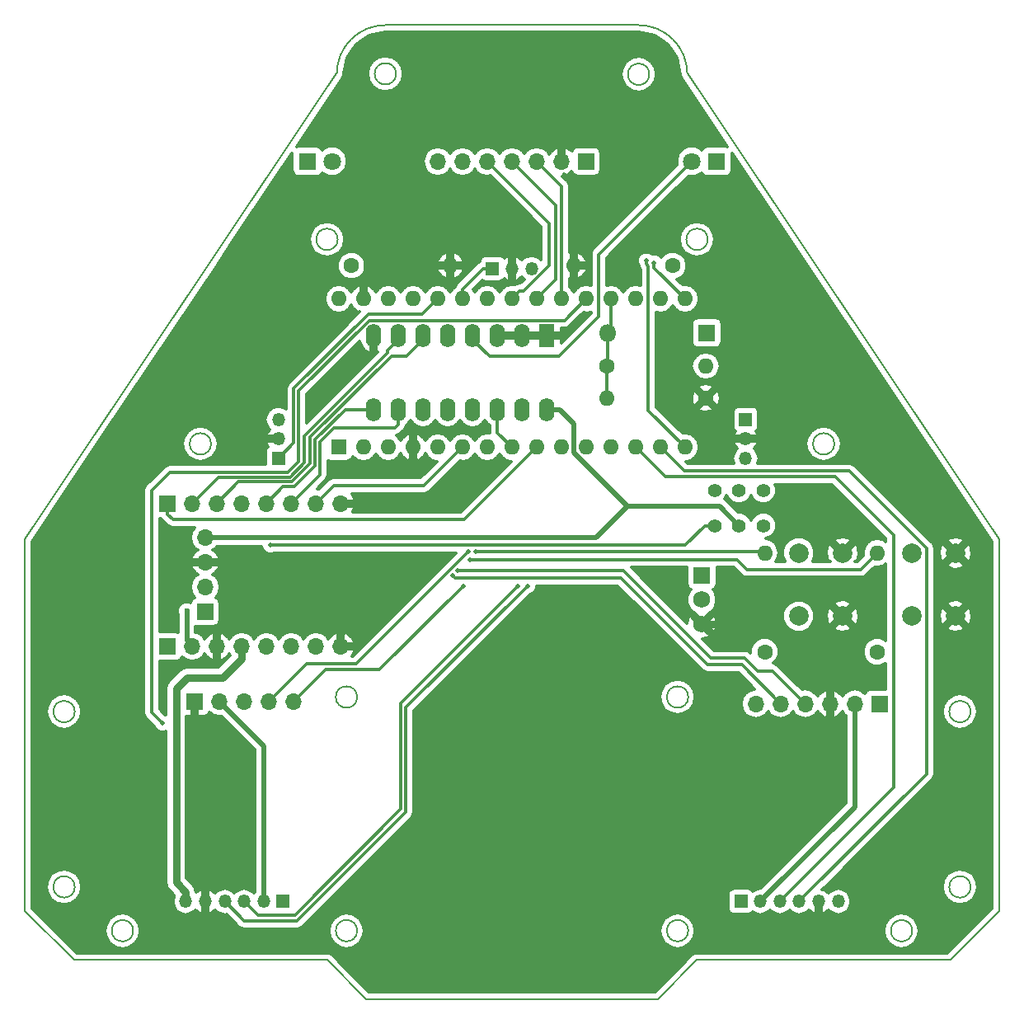
<source format=gbl>
G04 #@! TF.FileFunction,Copper,L2,Bot,Signal*
%FSLAX46Y46*%
G04 Gerber Fmt 4.6, Leading zero omitted, Abs format (unit mm)*
G04 Created by KiCad (PCBNEW 4.0.6) date 07/01/17 21:29:28*
%MOMM*%
%LPD*%
G01*
G04 APERTURE LIST*
%ADD10C,0.100000*%
%ADD11C,0.150000*%
%ADD12R,1.600000X1.600000*%
%ADD13O,1.600000X1.600000*%
%ADD14R,1.800000X1.800000*%
%ADD15C,1.800000*%
%ADD16O,1.800000X1.800000*%
%ADD17R,1.750000X1.750000*%
%ADD18C,1.750000*%
%ADD19C,1.600000*%
%ADD20C,1.400000*%
%ADD21R,1.600000X2.400000*%
%ADD22O,1.600000X2.400000*%
%ADD23C,2.000000*%
%ADD24R,1.700000X1.700000*%
%ADD25O,1.700000X1.700000*%
%ADD26R,1.350000X1.350000*%
%ADD27O,1.350000X1.350000*%
%ADD28C,0.500000*%
%ADD29C,0.600000*%
%ADD30C,0.304800*%
%ADD31C,0.800000*%
%ADD32C,0.500000*%
G04 APERTURE END LIST*
D10*
D11*
X37000000Y100000000D02*
X63000000Y100000000D01*
X100000000Y47200000D02*
X68000000Y95000000D01*
X68000000Y95000000D02*
G75*
G03X63000000Y100000000I-5000000J0D01*
G01*
X32000000Y95000000D02*
X0Y47200000D01*
X37000000Y100000000D02*
G75*
G03X32000000Y95000000I0J-5000000D01*
G01*
X83100000Y57000000D02*
G75*
G03X83100000Y57000000I-1100000J0D01*
G01*
X19100000Y57000000D02*
G75*
G03X19100000Y57000000I-1100000J0D01*
G01*
X70100000Y78000000D02*
G75*
G03X70100000Y78000000I-1100000J0D01*
G01*
X32100000Y78000000D02*
G75*
G03X32100000Y78000000I-1100000J0D01*
G01*
X64100000Y94950000D02*
G75*
G03X64100000Y94950000I-1100000J0D01*
G01*
X38100000Y95000000D02*
G75*
G03X38100000Y95000000I-1100000J0D01*
G01*
X34100000Y31000000D02*
G75*
G03X34100000Y31000000I-1100000J0D01*
G01*
X68100000Y31000000D02*
G75*
G03X68100000Y31000000I-1100000J0D01*
G01*
X68100000Y7000000D02*
G75*
G03X68100000Y7000000I-1100000J0D01*
G01*
X34100000Y7000000D02*
G75*
G03X34100000Y7000000I-1100000J0D01*
G01*
X91100000Y7000000D02*
G75*
G03X91100000Y7000000I-1100000J0D01*
G01*
X11100000Y7000000D02*
G75*
G03X11100000Y7000000I-1100000J0D01*
G01*
X95000000Y4000000D02*
X100000000Y9000000D01*
X69000000Y4000000D02*
X95000000Y4000000D01*
X65000000Y0D02*
X69000000Y4000000D01*
X35000000Y0D02*
X65000000Y0D01*
X5000000Y4000000D02*
X0Y9000000D01*
X31000000Y4000000D02*
X5000000Y4000000D01*
X35000000Y0D02*
X31000000Y4000000D01*
X97100000Y29500000D02*
G75*
G03X97100000Y29500000I-1100000J0D01*
G01*
X97100000Y11500000D02*
G75*
G03X97100000Y11500000I-1100000J0D01*
G01*
X5100000Y11500000D02*
G75*
G03X5100000Y11500000I-1100000J0D01*
G01*
X5100000Y29500000D02*
G75*
G03X5100000Y29500000I-1100000J0D01*
G01*
X0Y47200000D02*
X0Y9000000D01*
X100000000Y9000000D02*
X100000000Y47200000D01*
D12*
X32220000Y56660000D03*
D13*
X65240000Y71900000D03*
X34760000Y56660000D03*
X62700000Y71900000D03*
X37300000Y56660000D03*
X60160000Y71900000D03*
X39840000Y56660000D03*
X57620000Y71900000D03*
X42380000Y56660000D03*
X55080000Y71900000D03*
X44920000Y56660000D03*
X52540000Y71900000D03*
X47460000Y56660000D03*
X50000000Y71900000D03*
X50000000Y56660000D03*
X47460000Y71900000D03*
X52540000Y56660000D03*
X44920000Y71900000D03*
X55080000Y56660000D03*
X42380000Y71900000D03*
X57620000Y56660000D03*
X39840000Y71900000D03*
X60160000Y56660000D03*
X37300000Y71900000D03*
X62700000Y56660000D03*
X34760000Y71900000D03*
X65240000Y56660000D03*
X32220000Y71900000D03*
X67780000Y56660000D03*
X67780000Y71900000D03*
D14*
X29000000Y86000000D03*
D15*
X31540000Y86000000D03*
D14*
X71000000Y86000000D03*
D15*
X68460000Y86000000D03*
D14*
X70000000Y68400000D03*
D16*
X59840000Y68400000D03*
D17*
X69500000Y43500000D03*
D18*
X69500000Y41000000D03*
X69500000Y38500000D03*
D19*
X33500000Y75300000D03*
D13*
X43660000Y75300000D03*
D19*
X66500000Y75300000D03*
D13*
X56340000Y75300000D03*
D19*
X75950000Y35640000D03*
D13*
X75950000Y45800000D03*
D19*
X87500000Y35640000D03*
D13*
X87500000Y45800000D03*
D19*
X59740000Y65000000D03*
D13*
X69900000Y65000000D03*
D19*
X69900000Y61700000D03*
D13*
X59740000Y61700000D03*
D20*
X75800000Y48600000D03*
X75800000Y52200000D03*
X73300000Y48600000D03*
X70800000Y48600000D03*
X70800000Y52200000D03*
X73300000Y52200000D03*
D21*
X53580000Y68120000D03*
D22*
X35800000Y60500000D03*
X51040000Y68120000D03*
X38340000Y60500000D03*
X48500000Y68120000D03*
X40880000Y60500000D03*
X45960000Y68120000D03*
X43420000Y60500000D03*
X43420000Y68120000D03*
X45960000Y60500000D03*
X40880000Y68120000D03*
X48500000Y60500000D03*
X38340000Y68120000D03*
X51040000Y60500000D03*
X35800000Y68120000D03*
X53580000Y60500000D03*
D23*
X83950000Y39300000D03*
X79450000Y39300000D03*
X83950000Y45800000D03*
X79450000Y45800000D03*
X95550000Y39300000D03*
X91050000Y39300000D03*
X95550000Y45800000D03*
X91050000Y45800000D03*
D24*
X14635931Y36180839D03*
D25*
X17175931Y36180839D03*
X19715931Y36180839D03*
X22255931Y36180839D03*
X24795931Y36180839D03*
X27335931Y36180839D03*
X29875931Y36180839D03*
X32415931Y36180839D03*
D24*
X14635931Y50880839D03*
D25*
X17175931Y50880839D03*
X19715931Y50880839D03*
X22255931Y50880839D03*
X24795931Y50880839D03*
X27335931Y50880839D03*
X29875931Y50880839D03*
X32415931Y50880839D03*
D24*
X18500000Y39760000D03*
D25*
X18500000Y42300000D03*
X18500000Y44840000D03*
X18500000Y47380000D03*
D24*
X87740000Y30300000D03*
D25*
X85200000Y30300000D03*
X82660000Y30300000D03*
X80120000Y30300000D03*
X77580000Y30300000D03*
X75040000Y30300000D03*
D24*
X17420000Y30500000D03*
D25*
X19960000Y30500000D03*
X22500000Y30500000D03*
X25040000Y30500000D03*
X27580000Y30500000D03*
D26*
X26500000Y10000000D03*
D27*
X24500000Y10000000D03*
X22500000Y10000000D03*
X20500000Y10000000D03*
X18500000Y10000000D03*
X16500000Y10000000D03*
D26*
X73500000Y10000000D03*
D27*
X75500000Y10000000D03*
X77500000Y10000000D03*
X79500000Y10000000D03*
X81500000Y10000000D03*
X83500000Y10000000D03*
D26*
X26000000Y55500000D03*
D27*
X26000000Y57500000D03*
X26000000Y59500000D03*
D26*
X48000000Y75000000D03*
D27*
X50000000Y75000000D03*
X52000000Y75000000D03*
D26*
X74000000Y59500000D03*
D27*
X74000000Y57500000D03*
X74000000Y55500000D03*
D24*
X57620000Y86000000D03*
D25*
X55080000Y86000000D03*
X52540000Y86000000D03*
X50000000Y86000000D03*
X47460000Y86000000D03*
X44920000Y86000000D03*
X42380000Y86000000D03*
D28*
X43924764Y43472826D03*
X44448643Y43996706D03*
D29*
X76300000Y39700000D03*
X60900000Y74800000D03*
X39800000Y51000000D03*
X24000000Y44400000D03*
X32400000Y44400000D03*
X74100000Y11800000D03*
X87700000Y11200000D03*
X93400000Y50500000D03*
X88800000Y56800000D03*
X82100000Y62600000D03*
X77900000Y69200000D03*
X74700000Y78100000D03*
X67300000Y82900000D03*
X63600000Y87700000D03*
X48500000Y80200000D03*
X41400000Y80200000D03*
X38000000Y85700000D03*
X39900000Y90900000D03*
X46500000Y91500000D03*
X55100000Y91500000D03*
X27500000Y73700000D03*
X22300000Y68400000D03*
X15700000Y62300000D03*
X8100000Y50000000D03*
X7200000Y41300000D03*
X10800000Y11600000D03*
X16400000Y6800000D03*
X9100000Y32600000D03*
X14200000Y32600000D03*
X41600000Y9100000D03*
X57700000Y9100000D03*
X48800000Y18000000D03*
X41700000Y25100000D03*
X51800000Y35100000D03*
X60000000Y26900000D03*
X65400000Y21500000D03*
X77000000Y21400000D03*
D28*
X14100000Y28300000D03*
X63800000Y75800000D03*
D29*
X16600000Y39800000D03*
D28*
X64600000Y75600000D03*
X45500000Y45900000D03*
X45000000Y42400000D03*
X25200000Y46600000D03*
X46300000Y45900000D03*
X45700000Y45100000D03*
X51600000Y42400000D03*
X50600000Y42400000D03*
D30*
X61177173Y43222827D02*
X70100000Y34300000D01*
X70100000Y34300000D02*
X73580000Y34300000D01*
X43924764Y43472826D02*
X44174763Y43222827D01*
X44174763Y43222827D02*
X61177173Y43222827D01*
X77580000Y30300000D02*
X73580000Y34300000D01*
X61403294Y43996706D02*
X70400000Y35000000D01*
X70400000Y35000000D02*
X73900000Y35000000D01*
X44448643Y43996706D02*
X61403294Y43996706D01*
X76720000Y33700000D02*
X75200000Y33700000D01*
X80120000Y30300000D02*
X76720000Y33700000D01*
X75200000Y33700000D02*
X73900000Y35000000D01*
X60160000Y71900000D02*
X60160000Y68720000D01*
X60160000Y68720000D02*
X59840000Y68400000D01*
X59740000Y65000000D02*
X59740000Y63868630D01*
X59740000Y63868630D02*
X59740000Y61700000D01*
X59840000Y68400000D02*
X59840000Y65100000D01*
X59840000Y65100000D02*
X59740000Y65000000D01*
D31*
X69500000Y38500000D02*
X75100000Y38500000D01*
X75100000Y38500000D02*
X76300000Y39700000D01*
X32400000Y44400000D02*
X24000000Y44400000D01*
X77000000Y21400000D02*
X77000000Y14700000D01*
X77000000Y14700000D02*
X74100000Y11800000D01*
X88800000Y56800000D02*
X88800000Y55100000D01*
X88800000Y55100000D02*
X93400000Y50500000D01*
X77900000Y69200000D02*
X77900000Y66800000D01*
X77900000Y66800000D02*
X82100000Y62600000D01*
X67300000Y82900000D02*
X69900000Y82900000D01*
X69900000Y82900000D02*
X74700000Y78100000D01*
X55100000Y91500000D02*
X59800000Y91500000D01*
X59800000Y91500000D02*
X63600000Y87700000D01*
X38000000Y85700000D02*
X38000000Y83600000D01*
X38000000Y83600000D02*
X41400000Y80200000D01*
X46500000Y91500000D02*
X40500000Y91500000D01*
X40500000Y91500000D02*
X39900000Y90900000D01*
X55080000Y86000000D02*
X55080000Y91480000D01*
X55080000Y91480000D02*
X55100000Y91500000D01*
X22300000Y68400000D02*
X22300000Y68500000D01*
X22300000Y68500000D02*
X27500000Y73700000D01*
X8100000Y50000000D02*
X8100000Y54700000D01*
X8100000Y54700000D02*
X15700000Y62300000D01*
X9100000Y32600000D02*
X9100000Y39400000D01*
X9100000Y39400000D02*
X7200000Y41300000D01*
X18500000Y10000000D02*
X18500000Y8900000D01*
X18500000Y8900000D02*
X16400000Y6800000D01*
X48800000Y18000000D02*
X57700000Y9100000D01*
X51800000Y35100000D02*
X41800000Y25100000D01*
X41800000Y25100000D02*
X41700000Y25100000D01*
X60000000Y26900000D02*
X51800000Y35100000D01*
X77000000Y21400000D02*
X65500000Y21400000D01*
X65500000Y21400000D02*
X65400000Y21500000D01*
D30*
X13000000Y52200000D02*
X13000000Y29400000D01*
X13000000Y29400000D02*
X14100000Y28300000D01*
X14900000Y54100000D02*
X13000000Y52200000D01*
X27000000Y54100000D02*
X14900000Y54100000D01*
X28100000Y55200000D02*
X27000000Y54100000D01*
X28100000Y62449753D02*
X28100000Y55200000D01*
X55392410Y69672410D02*
X35322657Y69672410D01*
X57620000Y71900000D02*
X55392410Y69672410D01*
X35322657Y69672410D02*
X28100000Y62449753D01*
X52540000Y86000000D02*
X55080000Y83460000D01*
X55080000Y83460000D02*
X55080000Y71900000D01*
X53339999Y72699999D02*
X52540000Y71900000D01*
X54504810Y73864810D02*
X53339999Y72699999D01*
X54504810Y81495190D02*
X54504810Y73864810D01*
X50000000Y86000000D02*
X54504810Y81495190D01*
X53800000Y79660000D02*
X53800000Y75279446D01*
X53800000Y75279446D02*
X51220553Y72699999D01*
X51220553Y72699999D02*
X50799999Y72699999D01*
X50799999Y72699999D02*
X50000000Y71900000D01*
X47460000Y86000000D02*
X53800000Y79660000D01*
X50000000Y56660000D02*
X48500000Y58160000D01*
X48500000Y58160000D02*
X48500000Y60500000D01*
X35241147Y70304810D02*
X27595189Y62658852D01*
X27595189Y62658852D02*
X27595189Y57095189D01*
X40784810Y70304810D02*
X35241147Y70304810D01*
X27595189Y57095189D02*
X26000000Y55500000D01*
X42380000Y71900000D02*
X40784810Y70304810D01*
X48000000Y75000000D02*
X47020200Y75000000D01*
X47020200Y75000000D02*
X44920000Y72899800D01*
X44920000Y72899800D02*
X44920000Y71900000D01*
X64000000Y75246447D02*
X64000000Y60440000D01*
X64000000Y60440000D02*
X67780000Y56660000D01*
X63800000Y75800000D02*
X63800000Y75446447D01*
X63800000Y75446447D02*
X64000000Y75246447D01*
D32*
X18500000Y47380000D02*
X58609998Y47380000D01*
X58609998Y47380000D02*
X61829998Y50600000D01*
X85200000Y30300000D02*
X85200000Y19700000D01*
X85200000Y19700000D02*
X75500000Y10000000D01*
X61829998Y50600000D02*
X68900000Y50600000D01*
X68900000Y50600000D02*
X71300000Y50600000D01*
X71300000Y50600000D02*
X73300000Y48600000D01*
X53580000Y60500000D02*
X54880000Y60500000D01*
X54880000Y60500000D02*
X56330001Y59049999D01*
X56330001Y59049999D02*
X56330001Y56099997D01*
X56330001Y56099997D02*
X61829998Y50600000D01*
X16600000Y39800000D02*
X16600000Y36756770D01*
X16600000Y36756770D02*
X17175931Y36180839D01*
X24500000Y10000000D02*
X24500000Y25960000D01*
X24500000Y25960000D02*
X19960000Y30500000D01*
D30*
X64600000Y75600000D02*
X64600000Y75080000D01*
X64600000Y75080000D02*
X67780000Y71900000D01*
X45080000Y49200000D02*
X15161970Y49200000D01*
X15161970Y49200000D02*
X14635931Y49726039D01*
X14635931Y49726039D02*
X14635931Y50880839D01*
X52540000Y56660000D02*
X45080000Y49200000D01*
X40960000Y52700000D02*
X31695092Y52700000D01*
X31695092Y52700000D02*
X29875931Y50880839D01*
X44920000Y56660000D02*
X40960000Y52700000D01*
X45500000Y45900000D02*
X34000000Y34400000D01*
X34000000Y34400000D02*
X28940000Y34400000D01*
X28940000Y34400000D02*
X25040000Y30500000D01*
X30900000Y33800000D02*
X36400000Y33800000D01*
X36400000Y33800000D02*
X45000000Y42400000D01*
X28449999Y31349999D02*
X30900000Y33800000D01*
X27580000Y30500000D02*
X28429999Y31349999D01*
X28429999Y31349999D02*
X28449999Y31349999D01*
X68460000Y86000000D02*
X58900000Y76440000D01*
X58900000Y76440000D02*
X58900000Y70100000D01*
X58900000Y70100000D02*
X54800000Y66000000D01*
X54800000Y66000000D02*
X47680000Y66000000D01*
X47680000Y66000000D02*
X45960000Y67720000D01*
X45960000Y67720000D02*
X45960000Y68120000D01*
D31*
X16500000Y10000000D02*
X16500000Y10954594D01*
X16500000Y10954594D02*
X15500000Y11954594D01*
X16600000Y33000000D02*
X20300000Y33000000D01*
X15500000Y11954594D02*
X15500000Y31900000D01*
X15500000Y31900000D02*
X16600000Y33000000D01*
X20300000Y33000000D02*
X22255931Y34955931D01*
X22255931Y34955931D02*
X22255931Y36180839D01*
D30*
X28700000Y57786090D02*
X37235200Y66321290D01*
X17175931Y50880839D02*
X19890282Y53595190D01*
X38340000Y67720000D02*
X38340000Y68120000D01*
X37235200Y66615200D02*
X38340000Y67720000D01*
X37235200Y66321290D02*
X37235200Y66615200D01*
X28700000Y55086090D02*
X28700000Y57786090D01*
X19890282Y53595190D02*
X27209100Y53595190D01*
X27209100Y53595190D02*
X28700000Y55086090D01*
X29290380Y54962560D02*
X29290380Y57662560D01*
X29290380Y57662560D02*
X37627820Y66000000D01*
X40880000Y67720000D02*
X40880000Y68120000D01*
X21925471Y53090379D02*
X27418200Y53090380D01*
X37627820Y66000000D02*
X39160000Y66000000D01*
X27418200Y53090380D02*
X29290380Y54962560D01*
X19715931Y50880839D02*
X21925471Y53090379D01*
X39160000Y66000000D02*
X40880000Y67720000D01*
X67810051Y46600000D02*
X25200000Y46600000D01*
X70800000Y48600000D02*
X69810051Y48600000D01*
X69810051Y48600000D02*
X67810051Y46600000D01*
X34695200Y60500000D02*
X35800000Y60500000D01*
X29795191Y57409101D02*
X32886090Y60500000D01*
X26500661Y52585569D02*
X27627300Y52585570D01*
X24795931Y50880839D02*
X26500661Y52585569D01*
X32886090Y60500000D02*
X34695200Y60500000D01*
X27627300Y52585570D02*
X29795191Y54753461D01*
X29795191Y54753461D02*
X29795191Y57409101D01*
X30300000Y57200000D02*
X30300000Y53844908D01*
X30300000Y53844908D02*
X27335931Y50880839D01*
X31700000Y58600000D02*
X30300000Y57200000D01*
X37944800Y58600000D02*
X31700000Y58600000D01*
X38340000Y60500000D02*
X38340000Y58995200D01*
X38340000Y58995200D02*
X37944800Y58600000D01*
X46300000Y45900000D02*
X75850000Y45900000D01*
X75850000Y45900000D02*
X75950000Y45800000D01*
X45700000Y45100000D02*
X73100000Y45100000D01*
X73100000Y45100000D02*
X74100000Y44100000D01*
X74100000Y44100000D02*
X85800000Y44100000D01*
X85800000Y44100000D02*
X87500000Y45800000D01*
X27900000Y8000000D02*
X22500000Y8000000D01*
X22500000Y8000000D02*
X20500000Y10000000D01*
X39100000Y19200000D02*
X27900000Y8000000D01*
X39100000Y29900000D02*
X39100000Y19200000D01*
X51600000Y42400000D02*
X39100000Y29900000D01*
X23174999Y9325001D02*
X22500000Y10000000D01*
X23900000Y8600000D02*
X23174999Y9325001D01*
X27700000Y8600000D02*
X23900000Y8600000D01*
X38595189Y19495189D02*
X27700000Y8600000D01*
X38595189Y30395189D02*
X38595189Y19495189D01*
X50600000Y42400000D02*
X38595189Y30395189D01*
X89200000Y47600000D02*
X89200000Y21700000D01*
X89200000Y21700000D02*
X77500000Y10000000D01*
X83200000Y53600000D02*
X89200000Y47600000D01*
X65760000Y53600000D02*
X83200000Y53600000D01*
X62700000Y56660000D02*
X65760000Y53600000D01*
X65240000Y56660000D02*
X67700000Y54200000D01*
X67700000Y54200000D02*
X84651554Y54200000D01*
X84651554Y54200000D02*
X92600000Y46251554D01*
X92600000Y46251554D02*
X92600000Y23100000D01*
X92600000Y23100000D02*
X79500000Y10000000D01*
G36*
X64626479Y98926666D02*
X66005340Y98005340D01*
X66926666Y96626478D01*
X67278730Y94856531D01*
X67278858Y94856223D01*
X67278858Y94855894D01*
X67333582Y94724107D01*
X67388537Y94591434D01*
X67388771Y94591200D01*
X67388898Y94590894D01*
X72116146Y87529567D01*
X71900000Y87573338D01*
X70100000Y87573338D01*
X69855270Y87527289D01*
X69630501Y87382654D01*
X69489937Y87176931D01*
X69345050Y87322071D01*
X68771744Y87560129D01*
X68150979Y87560670D01*
X67577259Y87323614D01*
X67137929Y86885050D01*
X66899871Y86311744D01*
X66899330Y85690979D01*
X66929204Y85618677D01*
X58325264Y77014736D01*
X58149071Y76751045D01*
X58087200Y76440000D01*
X58087200Y73296079D01*
X57620000Y73389011D01*
X57061129Y73277845D01*
X56587341Y72961270D01*
X56350000Y72606064D01*
X56112659Y72961270D01*
X55892800Y73108175D01*
X55892800Y73928184D01*
X56092400Y74025823D01*
X56092400Y75052400D01*
X56587600Y75052400D01*
X56587600Y74025823D01*
X56809704Y73917176D01*
X57303134Y74202185D01*
X57649935Y74654327D01*
X57722805Y74830299D01*
X57611415Y75052400D01*
X56587600Y75052400D01*
X56092400Y75052400D01*
X56072400Y75052400D01*
X56072400Y75547600D01*
X56092400Y75547600D01*
X56092400Y76574177D01*
X56587600Y76574177D01*
X56587600Y75547600D01*
X57611415Y75547600D01*
X57722805Y75769701D01*
X57649935Y75945673D01*
X57303134Y76397815D01*
X56809704Y76682824D01*
X56587600Y76574177D01*
X56092400Y76574177D01*
X55892800Y76671816D01*
X55892800Y83460000D01*
X55830929Y83771045D01*
X55654736Y84034737D01*
X55199873Y84489600D01*
X55327602Y84489600D01*
X55327602Y84677680D01*
X55557634Y84567110D01*
X55755480Y84649039D01*
X56135438Y84943925D01*
X56142711Y84905270D01*
X56287346Y84680501D01*
X56508034Y84529712D01*
X56770000Y84476662D01*
X58470000Y84476662D01*
X58714730Y84522711D01*
X58939499Y84667346D01*
X59090288Y84888034D01*
X59143338Y85150000D01*
X59143338Y86850000D01*
X59097289Y87094730D01*
X58952654Y87319499D01*
X58731966Y87470288D01*
X58470000Y87523338D01*
X56770000Y87523338D01*
X56525270Y87477289D01*
X56300501Y87332654D01*
X56149712Y87111966D01*
X56137992Y87054093D01*
X55755480Y87350961D01*
X55557634Y87432890D01*
X55327600Y87322319D01*
X55327600Y86247600D01*
X55347600Y86247600D01*
X55347600Y85752400D01*
X55327600Y85752400D01*
X55327600Y85732400D01*
X54832400Y85732400D01*
X54832400Y85752400D01*
X54812400Y85752400D01*
X54812400Y86247600D01*
X54832400Y86247600D01*
X54832400Y87322319D01*
X54602366Y87432890D01*
X54404520Y87350961D01*
X53938948Y86989630D01*
X53819809Y86780630D01*
X53608014Y87097604D01*
X53118005Y87425018D01*
X52540000Y87539990D01*
X51961995Y87425018D01*
X51471986Y87097604D01*
X51270000Y86795311D01*
X51068014Y87097604D01*
X50578005Y87425018D01*
X50000000Y87539990D01*
X49421995Y87425018D01*
X48931986Y87097604D01*
X48730000Y86795311D01*
X48528014Y87097604D01*
X48038005Y87425018D01*
X47460000Y87539990D01*
X46881995Y87425018D01*
X46391986Y87097604D01*
X46190000Y86795311D01*
X45988014Y87097604D01*
X45498005Y87425018D01*
X44920000Y87539990D01*
X44341995Y87425018D01*
X43851986Y87097604D01*
X43650000Y86795311D01*
X43448014Y87097604D01*
X42958005Y87425018D01*
X42380000Y87539990D01*
X41801995Y87425018D01*
X41311986Y87097604D01*
X40984572Y86607595D01*
X40869600Y86029590D01*
X40869600Y85970410D01*
X40984572Y85392405D01*
X41311986Y84902396D01*
X41801995Y84574982D01*
X42380000Y84460010D01*
X42958005Y84574982D01*
X43448014Y84902396D01*
X43650000Y85204689D01*
X43851986Y84902396D01*
X44341995Y84574982D01*
X44920000Y84460010D01*
X45498005Y84574982D01*
X45988014Y84902396D01*
X46190000Y85204689D01*
X46391986Y84902396D01*
X46881995Y84574982D01*
X47460000Y84460010D01*
X47785727Y84524801D01*
X52987200Y79323328D01*
X52987200Y75906183D01*
X52944270Y75970432D01*
X52511035Y76259911D01*
X52000000Y76361562D01*
X51488965Y76259911D01*
X51055730Y75970432D01*
X50997554Y75883366D01*
X50989520Y75896771D01*
X50571018Y76207181D01*
X50449832Y76257356D01*
X50247600Y76143808D01*
X50247600Y75247600D01*
X50267600Y75247600D01*
X50267600Y74752400D01*
X50247600Y74752400D01*
X50247600Y73856192D01*
X50449832Y73742644D01*
X50571018Y73792819D01*
X50989520Y74103229D01*
X50997554Y74116634D01*
X51055730Y74029568D01*
X51262494Y73891412D01*
X50883881Y73512799D01*
X50799999Y73512799D01*
X50488954Y73450928D01*
X50305379Y73328267D01*
X50000000Y73389011D01*
X49441129Y73277845D01*
X48967341Y72961270D01*
X48730000Y72606064D01*
X48492659Y72961270D01*
X48018871Y73277845D01*
X47460000Y73389011D01*
X46901129Y73277845D01*
X46427341Y72961270D01*
X46190000Y72606064D01*
X46024069Y72854397D01*
X46950961Y73781288D01*
X47063034Y73704712D01*
X47325000Y73651662D01*
X48675000Y73651662D01*
X48919730Y73697711D01*
X49144499Y73842346D01*
X49217723Y73949513D01*
X49428982Y73792819D01*
X49550168Y73742644D01*
X49752400Y73856192D01*
X49752400Y74752400D01*
X49732400Y74752400D01*
X49732400Y75247600D01*
X49752400Y75247600D01*
X49752400Y76143808D01*
X49550168Y76257356D01*
X49428982Y76207181D01*
X49218012Y76050701D01*
X49157654Y76144499D01*
X48936966Y76295288D01*
X48675000Y76348338D01*
X47325000Y76348338D01*
X47080270Y76302289D01*
X46855501Y76157654D01*
X46704712Y75936966D01*
X46660448Y75718384D01*
X46445463Y75574736D01*
X44345264Y73474536D01*
X44169071Y73210845D01*
X44155002Y73140115D01*
X43887341Y72961270D01*
X43650000Y72606064D01*
X43412659Y72961270D01*
X42938871Y73277845D01*
X42380000Y73389011D01*
X41821129Y73277845D01*
X41347341Y72961270D01*
X41110000Y72606064D01*
X40872659Y72961270D01*
X40398871Y73277845D01*
X39840000Y73389011D01*
X39281129Y73277845D01*
X38807341Y72961270D01*
X38570000Y72606064D01*
X38332659Y72961270D01*
X37858871Y73277845D01*
X37300000Y73389011D01*
X36741129Y73277845D01*
X36267341Y72961270D01*
X36017289Y72587040D01*
X35857815Y72863134D01*
X35405673Y73209935D01*
X35229701Y73282805D01*
X35007600Y73171415D01*
X35007600Y72147600D01*
X35027600Y72147600D01*
X35027600Y71652400D01*
X35007600Y71652400D01*
X35007600Y71632400D01*
X34512400Y71632400D01*
X34512400Y71652400D01*
X34492400Y71652400D01*
X34492400Y72147600D01*
X34512400Y72147600D01*
X34512400Y73171415D01*
X34290299Y73282805D01*
X34114327Y73209935D01*
X33662185Y72863134D01*
X33502711Y72587040D01*
X33252659Y72961270D01*
X32778871Y73277845D01*
X32220000Y73389011D01*
X31661129Y73277845D01*
X31187341Y72961270D01*
X30870766Y72487482D01*
X30759600Y71928611D01*
X30759600Y71871389D01*
X30870766Y71312518D01*
X31187341Y70838730D01*
X31661129Y70522155D01*
X32220000Y70410989D01*
X32778871Y70522155D01*
X33252659Y70838730D01*
X33502711Y71212960D01*
X33662185Y70936866D01*
X34114327Y70590065D01*
X34290299Y70517195D01*
X34317903Y70531039D01*
X27020453Y63233588D01*
X26844260Y62969897D01*
X26782389Y62658852D01*
X26782389Y60569917D01*
X26537197Y60733749D01*
X26026162Y60835400D01*
X25973838Y60835400D01*
X25462803Y60733749D01*
X25029568Y60444270D01*
X24740089Y60011035D01*
X24638438Y59500000D01*
X24740089Y58988965D01*
X25029568Y58555730D01*
X25116634Y58497554D01*
X25103229Y58489520D01*
X24792819Y58071018D01*
X24742644Y57949832D01*
X24856192Y57747600D01*
X25752400Y57747600D01*
X25752400Y57767600D01*
X26247600Y57767600D01*
X26247600Y57747600D01*
X26267600Y57747600D01*
X26267600Y57252400D01*
X26247600Y57252400D01*
X26247600Y57232400D01*
X25752400Y57232400D01*
X25752400Y57252400D01*
X24856192Y57252400D01*
X24742644Y57050168D01*
X24792819Y56928982D01*
X24949299Y56718012D01*
X24855501Y56657654D01*
X24704712Y56436966D01*
X24651662Y56175000D01*
X24651662Y54912800D01*
X14900000Y54912800D01*
X14588955Y54850929D01*
X14325264Y54674737D01*
X12425264Y52774736D01*
X12249071Y52511045D01*
X12187200Y52200000D01*
X12187200Y29400000D01*
X12248835Y29090140D01*
X12249071Y29088955D01*
X12425264Y28825264D01*
X13230717Y28019811D01*
X13327750Y27784973D01*
X13583626Y27528650D01*
X13918116Y27389758D01*
X14280295Y27389442D01*
X14439600Y27455265D01*
X14439600Y11954594D01*
X14520318Y11548796D01*
X14725187Y11242189D01*
X14750184Y11204778D01*
X15326939Y10628023D01*
X15266251Y10537197D01*
X15164600Y10026162D01*
X15164600Y9973838D01*
X15266251Y9462803D01*
X15555730Y9029568D01*
X15988965Y8740089D01*
X16500000Y8638438D01*
X17011035Y8740089D01*
X17444270Y9029568D01*
X17502446Y9116634D01*
X17510480Y9103229D01*
X17928982Y8792819D01*
X18050168Y8742644D01*
X18252400Y8856192D01*
X18252400Y9752400D01*
X18232400Y9752400D01*
X18232400Y10247600D01*
X18252400Y10247600D01*
X18252400Y11143808D01*
X18050168Y11257356D01*
X17928982Y11207181D01*
X17560400Y10933798D01*
X17560400Y10954594D01*
X17518915Y11163154D01*
X17479683Y11360391D01*
X17249816Y11704410D01*
X16560400Y12393826D01*
X16560400Y28989600D01*
X17007300Y28989600D01*
X17172400Y29154700D01*
X17172400Y30252400D01*
X17152400Y30252400D01*
X17152400Y30747600D01*
X17172400Y30747600D01*
X17172400Y30767600D01*
X17667600Y30767600D01*
X17667600Y30747600D01*
X17687600Y30747600D01*
X17687600Y30252400D01*
X17667600Y30252400D01*
X17667600Y29154700D01*
X17832700Y28989600D01*
X18401361Y28989600D01*
X18644086Y29090140D01*
X18829860Y29275913D01*
X18885976Y29411390D01*
X18891986Y29402396D01*
X19381995Y29074982D01*
X19960000Y28960010D01*
X20170599Y29001901D01*
X23589600Y25582900D01*
X23589600Y10993063D01*
X23555730Y10970432D01*
X23500000Y10887026D01*
X23444270Y10970432D01*
X23011035Y11259911D01*
X22500000Y11361562D01*
X21988965Y11259911D01*
X21555730Y10970432D01*
X21500000Y10887026D01*
X21444270Y10970432D01*
X21011035Y11259911D01*
X20500000Y11361562D01*
X19988965Y11259911D01*
X19555730Y10970432D01*
X19497554Y10883366D01*
X19489520Y10896771D01*
X19071018Y11207181D01*
X18949832Y11257356D01*
X18747600Y11143808D01*
X18747600Y10247600D01*
X18767600Y10247600D01*
X18767600Y9752400D01*
X18747600Y9752400D01*
X18747600Y8856192D01*
X18949832Y8742644D01*
X19071018Y8792819D01*
X19489520Y9103229D01*
X19497554Y9116634D01*
X19555730Y9029568D01*
X19988965Y8740089D01*
X20500000Y8638438D01*
X20676902Y8673626D01*
X21925264Y7425264D01*
X22188955Y7249071D01*
X22500000Y7187200D01*
X27900000Y7187200D01*
X28211045Y7249071D01*
X28474736Y7425264D01*
X39674736Y18625264D01*
X39850929Y18888955D01*
X39912800Y19200000D01*
X39912800Y29563328D01*
X41349472Y31000000D01*
X65164600Y31000000D01*
X65304312Y30297623D01*
X65702176Y29702176D01*
X66297623Y29304312D01*
X67000000Y29164600D01*
X67702377Y29304312D01*
X68297824Y29702176D01*
X68695688Y30297623D01*
X68835400Y31000000D01*
X68695688Y31702377D01*
X68297824Y32297824D01*
X67702377Y32695688D01*
X67000000Y32835400D01*
X66297623Y32695688D01*
X65702176Y32297824D01*
X65304312Y31702377D01*
X65164600Y31000000D01*
X41349472Y31000000D01*
X51880191Y41530718D01*
X52115027Y41627750D01*
X52371350Y41883626D01*
X52510242Y42218116D01*
X52510409Y42410027D01*
X60840501Y42410027D01*
X69525264Y33725264D01*
X69788955Y33549071D01*
X70100000Y33487200D01*
X73243328Y33487200D01*
X74915335Y31815193D01*
X74461995Y31725018D01*
X73971986Y31397604D01*
X73644572Y30907595D01*
X73529600Y30329590D01*
X73529600Y30270410D01*
X73644572Y29692405D01*
X73971986Y29202396D01*
X74461995Y28874982D01*
X75040000Y28760010D01*
X75618005Y28874982D01*
X76108014Y29202396D01*
X76310000Y29504689D01*
X76511986Y29202396D01*
X77001995Y28874982D01*
X77580000Y28760010D01*
X78158005Y28874982D01*
X78648014Y29202396D01*
X78850000Y29504689D01*
X79051986Y29202396D01*
X79541995Y28874982D01*
X80120000Y28760010D01*
X80698005Y28874982D01*
X81188014Y29202396D01*
X81399809Y29519370D01*
X81518948Y29310370D01*
X81984520Y28949039D01*
X82182366Y28867110D01*
X82412400Y28977681D01*
X82412400Y30052400D01*
X82392400Y30052400D01*
X82392400Y30547600D01*
X82412400Y30547600D01*
X82412400Y31622319D01*
X82182366Y31732890D01*
X81984520Y31650961D01*
X81518948Y31289630D01*
X81399809Y31080630D01*
X81188014Y31397604D01*
X80698005Y31725018D01*
X80120000Y31839990D01*
X79794273Y31775199D01*
X77294736Y34274736D01*
X77031045Y34450929D01*
X76860047Y34484943D01*
X77187345Y34811670D01*
X77410146Y35348234D01*
X77410653Y35929217D01*
X77188789Y36466169D01*
X76778330Y36877345D01*
X76241766Y37100146D01*
X75660783Y37100653D01*
X75123831Y36878789D01*
X74712655Y36468330D01*
X74489854Y35931766D01*
X74489530Y35559942D01*
X74474736Y35574736D01*
X74211045Y35750929D01*
X73900000Y35812800D01*
X70736673Y35812800D01*
X69585625Y36963848D01*
X69986364Y37011989D01*
X70208271Y37103906D01*
X70299538Y37350303D01*
X69500000Y38149841D01*
X69485858Y38135698D01*
X69135699Y38485857D01*
X69149841Y38500000D01*
X69850159Y38500000D01*
X70649697Y37700462D01*
X70896094Y37791729D01*
X71060866Y38379905D01*
X70989836Y38971175D01*
X77789313Y38971175D01*
X78041561Y38360688D01*
X78508231Y37893202D01*
X79118277Y37639889D01*
X79778825Y37639313D01*
X80389312Y37891561D01*
X80556907Y38058864D01*
X83059023Y38058864D01*
X83165934Y37799584D01*
X83799802Y37613747D01*
X84456536Y37684627D01*
X84734066Y37799584D01*
X84840977Y38058864D01*
X83950000Y38949841D01*
X83059023Y38058864D01*
X80556907Y38058864D01*
X80856798Y38358231D01*
X81110111Y38968277D01*
X81110531Y39450198D01*
X82263747Y39450198D01*
X82334627Y38793464D01*
X82449584Y38515934D01*
X82708864Y38409023D01*
X83599841Y39300000D01*
X84300159Y39300000D01*
X85191136Y38409023D01*
X85450416Y38515934D01*
X85636253Y39149802D01*
X85565373Y39806536D01*
X85450416Y40084066D01*
X85191136Y40190977D01*
X84300159Y39300000D01*
X83599841Y39300000D01*
X82708864Y40190977D01*
X82449584Y40084066D01*
X82263747Y39450198D01*
X81110531Y39450198D01*
X81110687Y39628825D01*
X80858439Y40239312D01*
X80557142Y40541136D01*
X83059023Y40541136D01*
X83950000Y39650159D01*
X84840977Y40541136D01*
X84734066Y40800416D01*
X84100198Y40986253D01*
X83443464Y40915373D01*
X83165934Y40800416D01*
X83059023Y40541136D01*
X80557142Y40541136D01*
X80391769Y40706798D01*
X79781723Y40960111D01*
X79121175Y40960687D01*
X78510688Y40708439D01*
X78043202Y40241769D01*
X77789889Y39631723D01*
X77789313Y38971175D01*
X70989836Y38971175D01*
X70988011Y38986364D01*
X70896094Y39208271D01*
X70649697Y39299538D01*
X69850159Y38500000D01*
X69149841Y38500000D01*
X68350303Y39299538D01*
X68103906Y39208271D01*
X67939134Y38620095D01*
X67940466Y38609007D01*
X62262272Y44287200D01*
X67951662Y44287200D01*
X67951662Y42625000D01*
X67997711Y42380270D01*
X68142346Y42155501D01*
X68345314Y42016819D01*
X68199110Y41870870D01*
X67964867Y41306750D01*
X67964334Y40695930D01*
X68197592Y40131402D01*
X68629130Y39699110D01*
X68706816Y39666852D01*
X68700462Y39649697D01*
X69500000Y38850159D01*
X70299538Y39649697D01*
X70293319Y39666487D01*
X70368598Y39697592D01*
X70800890Y40129130D01*
X71035133Y40693250D01*
X71035666Y41304070D01*
X70802408Y41868598D01*
X70652482Y42018786D01*
X70844499Y42142346D01*
X70995288Y42363034D01*
X71048338Y42625000D01*
X71048338Y44287200D01*
X72763328Y44287200D01*
X73525264Y43525263D01*
X73679854Y43421970D01*
X73788955Y43349071D01*
X74100000Y43287200D01*
X85800000Y43287200D01*
X86111045Y43349071D01*
X86374736Y43525264D01*
X87216794Y44367322D01*
X87500000Y44310989D01*
X88058871Y44422155D01*
X88387200Y44641537D01*
X88387200Y36818372D01*
X88328330Y36877345D01*
X87791766Y37100146D01*
X87210783Y37100653D01*
X86673831Y36878789D01*
X86262655Y36468330D01*
X86039854Y35931766D01*
X86039347Y35350783D01*
X86261211Y34813831D01*
X86671670Y34402655D01*
X87208234Y34179854D01*
X87789217Y34179347D01*
X88326169Y34401211D01*
X88387200Y34462136D01*
X88387200Y31823338D01*
X86890000Y31823338D01*
X86645270Y31777289D01*
X86420501Y31632654D01*
X86269712Y31411966D01*
X86266948Y31398316D01*
X85778005Y31725018D01*
X85200000Y31839990D01*
X84621995Y31725018D01*
X84131986Y31397604D01*
X83920191Y31080630D01*
X83801052Y31289630D01*
X83335480Y31650961D01*
X83137634Y31732890D01*
X82907600Y31622319D01*
X82907600Y30547600D01*
X82927600Y30547600D01*
X82927600Y30052400D01*
X82907600Y30052400D01*
X82907600Y28977681D01*
X83137634Y28867110D01*
X83335480Y28949039D01*
X83801052Y29310370D01*
X83920191Y29519370D01*
X84131986Y29202396D01*
X84289600Y29097082D01*
X84289600Y20077100D01*
X75561774Y11349274D01*
X75500000Y11361562D01*
X74988965Y11259911D01*
X74705338Y11070397D01*
X74657654Y11144499D01*
X74436966Y11295288D01*
X74175000Y11348338D01*
X72825000Y11348338D01*
X72580270Y11302289D01*
X72355501Y11157654D01*
X72204712Y10936966D01*
X72151662Y10675000D01*
X72151662Y9325000D01*
X72197711Y9080270D01*
X72342346Y8855501D01*
X72563034Y8704712D01*
X72825000Y8651662D01*
X74175000Y8651662D01*
X74419730Y8697711D01*
X74644499Y8842346D01*
X74704501Y8930162D01*
X74988965Y8740089D01*
X75500000Y8638438D01*
X76011035Y8740089D01*
X76444270Y9029568D01*
X76500000Y9112974D01*
X76555730Y9029568D01*
X76988965Y8740089D01*
X77500000Y8638438D01*
X78011035Y8740089D01*
X78444270Y9029568D01*
X78500000Y9112974D01*
X78555730Y9029568D01*
X78988965Y8740089D01*
X79500000Y8638438D01*
X80011035Y8740089D01*
X80444270Y9029568D01*
X80502446Y9116634D01*
X80510480Y9103229D01*
X80928982Y8792819D01*
X81050168Y8742644D01*
X81252400Y8856192D01*
X81252400Y9752400D01*
X81232400Y9752400D01*
X81232400Y10247600D01*
X81252400Y10247600D01*
X81252400Y10267600D01*
X81747600Y10267600D01*
X81747600Y10247600D01*
X81767600Y10247600D01*
X81767600Y9752400D01*
X81747600Y9752400D01*
X81747600Y8856192D01*
X81949832Y8742644D01*
X82071018Y8792819D01*
X82489520Y9103229D01*
X82497554Y9116634D01*
X82555730Y9029568D01*
X82988965Y8740089D01*
X83500000Y8638438D01*
X84011035Y8740089D01*
X84444270Y9029568D01*
X84733749Y9462803D01*
X84835400Y9973838D01*
X84835400Y10026162D01*
X84733749Y10537197D01*
X84444270Y10970432D01*
X84011035Y11259911D01*
X83500000Y11361562D01*
X82988965Y11259911D01*
X82555730Y10970432D01*
X82497554Y10883366D01*
X82489520Y10896771D01*
X82071018Y11207181D01*
X81949832Y11257356D01*
X81851767Y11202295D01*
X82149472Y11500000D01*
X94164600Y11500000D01*
X94304312Y10797623D01*
X94702176Y10202176D01*
X95297623Y9804312D01*
X96000000Y9664600D01*
X96702377Y9804312D01*
X97297824Y10202176D01*
X97695688Y10797623D01*
X97835400Y11500000D01*
X97695688Y12202377D01*
X97297824Y12797824D01*
X96702377Y13195688D01*
X96000000Y13335400D01*
X95297623Y13195688D01*
X94702176Y12797824D01*
X94304312Y12202377D01*
X94164600Y11500000D01*
X82149472Y11500000D01*
X93174737Y22525264D01*
X93350929Y22788955D01*
X93412800Y23100000D01*
X93412800Y29500000D01*
X94164600Y29500000D01*
X94304312Y28797623D01*
X94702176Y28202176D01*
X95297623Y27804312D01*
X96000000Y27664600D01*
X96702377Y27804312D01*
X97297824Y28202176D01*
X97695688Y28797623D01*
X97835400Y29500000D01*
X97695688Y30202377D01*
X97297824Y30797824D01*
X96702377Y31195688D01*
X96000000Y31335400D01*
X95297623Y31195688D01*
X94702176Y30797824D01*
X94304312Y30202377D01*
X94164600Y29500000D01*
X93412800Y29500000D01*
X93412800Y38058864D01*
X94659023Y38058864D01*
X94765934Y37799584D01*
X95399802Y37613747D01*
X96056536Y37684627D01*
X96334066Y37799584D01*
X96440977Y38058864D01*
X95550000Y38949841D01*
X94659023Y38058864D01*
X93412800Y38058864D01*
X93412800Y39450198D01*
X93863747Y39450198D01*
X93934627Y38793464D01*
X94049584Y38515934D01*
X94308864Y38409023D01*
X95199841Y39300000D01*
X95900159Y39300000D01*
X96791136Y38409023D01*
X97050416Y38515934D01*
X97236253Y39149802D01*
X97165373Y39806536D01*
X97050416Y40084066D01*
X96791136Y40190977D01*
X95900159Y39300000D01*
X95199841Y39300000D01*
X94308864Y40190977D01*
X94049584Y40084066D01*
X93863747Y39450198D01*
X93412800Y39450198D01*
X93412800Y40541136D01*
X94659023Y40541136D01*
X95550000Y39650159D01*
X96440977Y40541136D01*
X96334066Y40800416D01*
X95700198Y40986253D01*
X95043464Y40915373D01*
X94765934Y40800416D01*
X94659023Y40541136D01*
X93412800Y40541136D01*
X93412800Y44558864D01*
X94659023Y44558864D01*
X94765934Y44299584D01*
X95399802Y44113747D01*
X96056536Y44184627D01*
X96334066Y44299584D01*
X96440977Y44558864D01*
X95550000Y45449841D01*
X94659023Y44558864D01*
X93412800Y44558864D01*
X93412800Y45950198D01*
X93863747Y45950198D01*
X93934627Y45293464D01*
X94049584Y45015934D01*
X94308864Y44909023D01*
X95199841Y45800000D01*
X95900159Y45800000D01*
X96791136Y44909023D01*
X97050416Y45015934D01*
X97236253Y45649802D01*
X97165373Y46306536D01*
X97050416Y46584066D01*
X96791136Y46690977D01*
X95900159Y45800000D01*
X95199841Y45800000D01*
X94308864Y46690977D01*
X94049584Y46584066D01*
X93863747Y45950198D01*
X93412800Y45950198D01*
X93412800Y46251554D01*
X93350929Y46562599D01*
X93174736Y46826290D01*
X92959890Y47041136D01*
X94659023Y47041136D01*
X95550000Y46150159D01*
X96440977Y47041136D01*
X96334066Y47300416D01*
X95700198Y47486253D01*
X95043464Y47415373D01*
X94765934Y47300416D01*
X94659023Y47041136D01*
X92959890Y47041136D01*
X85226290Y54774736D01*
X84962599Y54950929D01*
X84651554Y55012800D01*
X75264652Y55012800D01*
X75361562Y55500000D01*
X75259911Y56011035D01*
X74970432Y56444270D01*
X74883366Y56502446D01*
X74896771Y56510480D01*
X75207181Y56928982D01*
X75236584Y57000000D01*
X80164600Y57000000D01*
X80304312Y56297623D01*
X80702176Y55702176D01*
X81297623Y55304312D01*
X82000000Y55164600D01*
X82702377Y55304312D01*
X83297824Y55702176D01*
X83695688Y56297623D01*
X83835400Y57000000D01*
X83695688Y57702377D01*
X83297824Y58297824D01*
X82702377Y58695688D01*
X82000000Y58835400D01*
X81297623Y58695688D01*
X80702176Y58297824D01*
X80304312Y57702377D01*
X80164600Y57000000D01*
X75236584Y57000000D01*
X75257356Y57050168D01*
X75143808Y57252400D01*
X74247600Y57252400D01*
X74247600Y57232400D01*
X73752400Y57232400D01*
X73752400Y57252400D01*
X72856192Y57252400D01*
X72742644Y57050168D01*
X72792819Y56928982D01*
X73103229Y56510480D01*
X73116634Y56502446D01*
X73029568Y56444270D01*
X72740089Y56011035D01*
X72638438Y55500000D01*
X72735348Y55012800D01*
X68036673Y55012800D01*
X67862144Y55187328D01*
X68338871Y55282155D01*
X68812659Y55598730D01*
X69129234Y56072518D01*
X69240400Y56631389D01*
X69240400Y56688611D01*
X69129234Y57247482D01*
X68812659Y57721270D01*
X68338871Y58037845D01*
X67780000Y58149011D01*
X67496795Y58092678D01*
X65414473Y60175000D01*
X72651662Y60175000D01*
X72651662Y58825000D01*
X72697711Y58580270D01*
X72842346Y58355501D01*
X72949513Y58282277D01*
X72792819Y58071018D01*
X72742644Y57949832D01*
X72856192Y57747600D01*
X73752400Y57747600D01*
X73752400Y57767600D01*
X74247600Y57767600D01*
X74247600Y57747600D01*
X75143808Y57747600D01*
X75257356Y57949832D01*
X75207181Y58071018D01*
X75050701Y58281988D01*
X75144499Y58342346D01*
X75295288Y58563034D01*
X75348338Y58825000D01*
X75348338Y60175000D01*
X75302289Y60419730D01*
X75157654Y60644499D01*
X74936966Y60795288D01*
X74675000Y60848338D01*
X73325000Y60848338D01*
X73080270Y60802289D01*
X72855501Y60657654D01*
X72704712Y60436966D01*
X72651662Y60175000D01*
X65414473Y60175000D01*
X64984182Y60605291D01*
X69155451Y60605291D01*
X69237278Y60366600D01*
X69797995Y60214487D01*
X70374241Y60288529D01*
X70562722Y60366600D01*
X70644549Y60605291D01*
X69900000Y61349841D01*
X69155451Y60605291D01*
X64984182Y60605291D01*
X64812800Y60776672D01*
X64812800Y61802005D01*
X68414487Y61802005D01*
X68488529Y61225759D01*
X68566600Y61037278D01*
X68805291Y60955451D01*
X69549841Y61700000D01*
X70250159Y61700000D01*
X70994709Y60955451D01*
X71233400Y61037278D01*
X71385513Y61597995D01*
X71311471Y62174241D01*
X71233400Y62362722D01*
X70994709Y62444549D01*
X70250159Y61700000D01*
X69549841Y61700000D01*
X68805291Y62444549D01*
X68566600Y62362722D01*
X68414487Y61802005D01*
X64812800Y61802005D01*
X64812800Y62794709D01*
X69155451Y62794709D01*
X69900000Y62050159D01*
X70644549Y62794709D01*
X70562722Y63033400D01*
X70002005Y63185513D01*
X69425759Y63111471D01*
X69237278Y63033400D01*
X69155451Y62794709D01*
X64812800Y62794709D01*
X64812800Y65000000D01*
X68410989Y65000000D01*
X68522155Y64441129D01*
X68838730Y63967341D01*
X69312518Y63650766D01*
X69871389Y63539600D01*
X69928611Y63539600D01*
X70487482Y63650766D01*
X70961270Y63967341D01*
X71277845Y64441129D01*
X71389011Y65000000D01*
X71277845Y65558871D01*
X70961270Y66032659D01*
X70487482Y66349234D01*
X69928611Y66460400D01*
X69871389Y66460400D01*
X69312518Y66349234D01*
X68838730Y66032659D01*
X68522155Y65558871D01*
X68410989Y65000000D01*
X64812800Y65000000D01*
X64812800Y69300000D01*
X68426662Y69300000D01*
X68426662Y67500000D01*
X68472711Y67255270D01*
X68617346Y67030501D01*
X68838034Y66879712D01*
X69100000Y66826662D01*
X70900000Y66826662D01*
X71144730Y66872711D01*
X71369499Y67017346D01*
X71520288Y67238034D01*
X71573338Y67500000D01*
X71573338Y69300000D01*
X71527289Y69544730D01*
X71382654Y69769499D01*
X71161966Y69920288D01*
X70900000Y69973338D01*
X69100000Y69973338D01*
X68855270Y69927289D01*
X68630501Y69782654D01*
X68479712Y69561966D01*
X68426662Y69300000D01*
X64812800Y69300000D01*
X64812800Y70495964D01*
X65240000Y70410989D01*
X65798871Y70522155D01*
X66272659Y70838730D01*
X66510000Y71193936D01*
X66747341Y70838730D01*
X67221129Y70522155D01*
X67780000Y70410989D01*
X68338871Y70522155D01*
X68812659Y70838730D01*
X69129234Y71312518D01*
X69240400Y71871389D01*
X69240400Y71928611D01*
X69129234Y72487482D01*
X68812659Y72961270D01*
X68338871Y73277845D01*
X67780000Y73389011D01*
X67496794Y73332678D01*
X66931383Y73898089D01*
X67326169Y74061211D01*
X67737345Y74471670D01*
X67960146Y75008234D01*
X67960653Y75589217D01*
X67738789Y76126169D01*
X67328330Y76537345D01*
X66791766Y76760146D01*
X66210783Y76760653D01*
X65673831Y76538789D01*
X65310897Y76176488D01*
X65116374Y76371350D01*
X64781884Y76510242D01*
X64419705Y76510558D01*
X64389513Y76498083D01*
X64316374Y76571350D01*
X63981884Y76710242D01*
X63619705Y76710558D01*
X63284973Y76572250D01*
X63028650Y76316374D01*
X62889758Y75981884D01*
X62889442Y75619705D01*
X63011493Y75324318D01*
X63026983Y75246447D01*
X63049071Y75135402D01*
X63187200Y74928678D01*
X63187200Y73292101D01*
X62700000Y73389011D01*
X62141129Y73277845D01*
X61667341Y72961270D01*
X61430000Y72606064D01*
X61192659Y72961270D01*
X60718871Y73277845D01*
X60160000Y73389011D01*
X59712800Y73300058D01*
X59712800Y76103328D01*
X61609472Y78000000D01*
X67164600Y78000000D01*
X67304312Y77297623D01*
X67702176Y76702176D01*
X68297623Y76304312D01*
X69000000Y76164600D01*
X69702377Y76304312D01*
X70297824Y76702176D01*
X70695688Y77297623D01*
X70835400Y78000000D01*
X70695688Y78702377D01*
X70297824Y79297824D01*
X69702377Y79695688D01*
X69000000Y79835400D01*
X68297623Y79695688D01*
X67702176Y79297824D01*
X67304312Y78702377D01*
X67164600Y78000000D01*
X61609472Y78000000D01*
X68078365Y84468892D01*
X68148256Y84439871D01*
X68769021Y84439330D01*
X69342741Y84676386D01*
X69491964Y84825349D01*
X69617346Y84630501D01*
X69838034Y84479712D01*
X70100000Y84426662D01*
X71900000Y84426662D01*
X72144730Y84472711D01*
X72369499Y84617346D01*
X72520288Y84838034D01*
X72573338Y85100000D01*
X72573338Y86846637D01*
X99264600Y46976564D01*
X99264600Y9304612D01*
X94695388Y4735400D01*
X69000000Y4735400D01*
X68765266Y4688708D01*
X68718574Y4679421D01*
X68479993Y4520006D01*
X64695388Y735400D01*
X35304613Y735400D01*
X31520006Y4520006D01*
X31281426Y4679421D01*
X31000000Y4735400D01*
X5304612Y4735400D01*
X3040012Y7000000D01*
X8164600Y7000000D01*
X8304312Y6297623D01*
X8702176Y5702176D01*
X9297623Y5304312D01*
X10000000Y5164600D01*
X10702377Y5304312D01*
X11297824Y5702176D01*
X11695688Y6297623D01*
X11835400Y7000000D01*
X31164600Y7000000D01*
X31304312Y6297623D01*
X31702176Y5702176D01*
X32297623Y5304312D01*
X33000000Y5164600D01*
X33702377Y5304312D01*
X34297824Y5702176D01*
X34695688Y6297623D01*
X34835400Y7000000D01*
X65164600Y7000000D01*
X65304312Y6297623D01*
X65702176Y5702176D01*
X66297623Y5304312D01*
X67000000Y5164600D01*
X67702377Y5304312D01*
X68297824Y5702176D01*
X68695688Y6297623D01*
X68835400Y7000000D01*
X88164600Y7000000D01*
X88304312Y6297623D01*
X88702176Y5702176D01*
X89297623Y5304312D01*
X90000000Y5164600D01*
X90702377Y5304312D01*
X91297824Y5702176D01*
X91695688Y6297623D01*
X91835400Y7000000D01*
X91695688Y7702377D01*
X91297824Y8297824D01*
X90702377Y8695688D01*
X90000000Y8835400D01*
X89297623Y8695688D01*
X88702176Y8297824D01*
X88304312Y7702377D01*
X88164600Y7000000D01*
X68835400Y7000000D01*
X68695688Y7702377D01*
X68297824Y8297824D01*
X67702377Y8695688D01*
X67000000Y8835400D01*
X66297623Y8695688D01*
X65702176Y8297824D01*
X65304312Y7702377D01*
X65164600Y7000000D01*
X34835400Y7000000D01*
X34695688Y7702377D01*
X34297824Y8297824D01*
X33702377Y8695688D01*
X33000000Y8835400D01*
X32297623Y8695688D01*
X31702176Y8297824D01*
X31304312Y7702377D01*
X31164600Y7000000D01*
X11835400Y7000000D01*
X11695688Y7702377D01*
X11297824Y8297824D01*
X10702377Y8695688D01*
X10000000Y8835400D01*
X9297623Y8695688D01*
X8702176Y8297824D01*
X8304312Y7702377D01*
X8164600Y7000000D01*
X3040012Y7000000D01*
X735400Y9304612D01*
X735400Y11500000D01*
X2164600Y11500000D01*
X2304312Y10797623D01*
X2702176Y10202176D01*
X3297623Y9804312D01*
X4000000Y9664600D01*
X4702377Y9804312D01*
X5297824Y10202176D01*
X5695688Y10797623D01*
X5835400Y11500000D01*
X5695688Y12202377D01*
X5297824Y12797824D01*
X4702377Y13195688D01*
X4000000Y13335400D01*
X3297623Y13195688D01*
X2702176Y12797824D01*
X2304312Y12202377D01*
X2164600Y11500000D01*
X735400Y11500000D01*
X735400Y29500000D01*
X2164600Y29500000D01*
X2304312Y28797623D01*
X2702176Y28202176D01*
X3297623Y27804312D01*
X4000000Y27664600D01*
X4702377Y27804312D01*
X5297824Y28202176D01*
X5695688Y28797623D01*
X5835400Y29500000D01*
X5695688Y30202377D01*
X5297824Y30797824D01*
X4702377Y31195688D01*
X4000000Y31335400D01*
X3297623Y31195688D01*
X2702176Y30797824D01*
X2304312Y30202377D01*
X2164600Y29500000D01*
X735400Y29500000D01*
X735400Y46976564D01*
X7445649Y57000000D01*
X16164600Y57000000D01*
X16304312Y56297623D01*
X16702176Y55702176D01*
X17297623Y55304312D01*
X18000000Y55164600D01*
X18702377Y55304312D01*
X19297824Y55702176D01*
X19695688Y56297623D01*
X19835400Y57000000D01*
X19695688Y57702377D01*
X19297824Y58297824D01*
X18702377Y58695688D01*
X18000000Y58835400D01*
X17297623Y58695688D01*
X16702176Y58297824D01*
X16304312Y57702377D01*
X16164600Y57000000D01*
X7445649Y57000000D01*
X19503076Y75010783D01*
X32039347Y75010783D01*
X32261211Y74473831D01*
X32671670Y74062655D01*
X33208234Y73839854D01*
X33789217Y73839347D01*
X34326169Y74061211D01*
X34737345Y74471670D01*
X34886260Y74830299D01*
X42277195Y74830299D01*
X42350065Y74654327D01*
X42696866Y74202185D01*
X43190296Y73917176D01*
X43412400Y74025823D01*
X43412400Y75052400D01*
X43907600Y75052400D01*
X43907600Y74025823D01*
X44129704Y73917176D01*
X44623134Y74202185D01*
X44969935Y74654327D01*
X45042805Y74830299D01*
X44931415Y75052400D01*
X43907600Y75052400D01*
X43412400Y75052400D01*
X42388585Y75052400D01*
X42277195Y74830299D01*
X34886260Y74830299D01*
X34960146Y75008234D01*
X34960653Y75589217D01*
X34886079Y75769701D01*
X42277195Y75769701D01*
X42388585Y75547600D01*
X43412400Y75547600D01*
X43412400Y76574177D01*
X43907600Y76574177D01*
X43907600Y75547600D01*
X44931415Y75547600D01*
X45042805Y75769701D01*
X44969935Y75945673D01*
X44623134Y76397815D01*
X44129704Y76682824D01*
X43907600Y76574177D01*
X43412400Y76574177D01*
X43190296Y76682824D01*
X42696866Y76397815D01*
X42350065Y75945673D01*
X42277195Y75769701D01*
X34886079Y75769701D01*
X34738789Y76126169D01*
X34328330Y76537345D01*
X33791766Y76760146D01*
X33210783Y76760653D01*
X32673831Y76538789D01*
X32262655Y76128330D01*
X32039854Y75591766D01*
X32039347Y75010783D01*
X19503076Y75010783D01*
X21504226Y78000000D01*
X29164600Y78000000D01*
X29304312Y77297623D01*
X29702176Y76702176D01*
X30297623Y76304312D01*
X31000000Y76164600D01*
X31702377Y76304312D01*
X32297824Y76702176D01*
X32695688Y77297623D01*
X32835400Y78000000D01*
X32695688Y78702377D01*
X32297824Y79297824D01*
X31702377Y79695688D01*
X31000000Y79835400D01*
X30297623Y79695688D01*
X29702176Y79297824D01*
X29304312Y78702377D01*
X29164600Y78000000D01*
X21504226Y78000000D01*
X27426662Y86846637D01*
X27426662Y85100000D01*
X27472711Y84855270D01*
X27617346Y84630501D01*
X27838034Y84479712D01*
X28100000Y84426662D01*
X29900000Y84426662D01*
X30144730Y84472711D01*
X30369499Y84617346D01*
X30510063Y84823069D01*
X30654950Y84677929D01*
X31228256Y84439871D01*
X31849021Y84439330D01*
X32422741Y84676386D01*
X32862071Y85114950D01*
X33100129Y85688256D01*
X33100670Y86309021D01*
X32863614Y86882741D01*
X32425050Y87322071D01*
X31851744Y87560129D01*
X31230979Y87560670D01*
X30657259Y87323614D01*
X30508036Y87174651D01*
X30382654Y87369499D01*
X30161966Y87520288D01*
X29900000Y87573338D01*
X28100000Y87573338D01*
X27886229Y87533114D01*
X32611102Y94590894D01*
X32611229Y94591200D01*
X32611463Y94591434D01*
X32666334Y94723905D01*
X32721142Y94855893D01*
X32721142Y94856223D01*
X32721270Y94856531D01*
X32749807Y95000000D01*
X35164600Y95000000D01*
X35304312Y94297623D01*
X35702176Y93702176D01*
X36297623Y93304312D01*
X37000000Y93164600D01*
X37702377Y93304312D01*
X38297824Y93702176D01*
X38695688Y94297623D01*
X38825454Y94950000D01*
X61164600Y94950000D01*
X61304312Y94247623D01*
X61702176Y93652176D01*
X62297623Y93254312D01*
X63000000Y93114600D01*
X63702377Y93254312D01*
X64297824Y93652176D01*
X64695688Y94247623D01*
X64835400Y94950000D01*
X64695688Y95652377D01*
X64297824Y96247824D01*
X63702377Y96645688D01*
X63000000Y96785400D01*
X62297623Y96645688D01*
X61702176Y96247824D01*
X61304312Y95652377D01*
X61164600Y94950000D01*
X38825454Y94950000D01*
X38835400Y95000000D01*
X38695688Y95702377D01*
X38297824Y96297824D01*
X37702377Y96695688D01*
X37000000Y96835400D01*
X36297623Y96695688D01*
X35702176Y96297824D01*
X35304312Y95702377D01*
X35164600Y95000000D01*
X32749807Y95000000D01*
X33073334Y96626479D01*
X33994660Y98005340D01*
X35373522Y98926666D01*
X37072433Y99264600D01*
X62927567Y99264600D01*
X64626479Y98926666D01*
X64626479Y98926666D01*
G37*
X64626479Y98926666D02*
X66005340Y98005340D01*
X66926666Y96626478D01*
X67278730Y94856531D01*
X67278858Y94856223D01*
X67278858Y94855894D01*
X67333582Y94724107D01*
X67388537Y94591434D01*
X67388771Y94591200D01*
X67388898Y94590894D01*
X72116146Y87529567D01*
X71900000Y87573338D01*
X70100000Y87573338D01*
X69855270Y87527289D01*
X69630501Y87382654D01*
X69489937Y87176931D01*
X69345050Y87322071D01*
X68771744Y87560129D01*
X68150979Y87560670D01*
X67577259Y87323614D01*
X67137929Y86885050D01*
X66899871Y86311744D01*
X66899330Y85690979D01*
X66929204Y85618677D01*
X58325264Y77014736D01*
X58149071Y76751045D01*
X58087200Y76440000D01*
X58087200Y73296079D01*
X57620000Y73389011D01*
X57061129Y73277845D01*
X56587341Y72961270D01*
X56350000Y72606064D01*
X56112659Y72961270D01*
X55892800Y73108175D01*
X55892800Y73928184D01*
X56092400Y74025823D01*
X56092400Y75052400D01*
X56587600Y75052400D01*
X56587600Y74025823D01*
X56809704Y73917176D01*
X57303134Y74202185D01*
X57649935Y74654327D01*
X57722805Y74830299D01*
X57611415Y75052400D01*
X56587600Y75052400D01*
X56092400Y75052400D01*
X56072400Y75052400D01*
X56072400Y75547600D01*
X56092400Y75547600D01*
X56092400Y76574177D01*
X56587600Y76574177D01*
X56587600Y75547600D01*
X57611415Y75547600D01*
X57722805Y75769701D01*
X57649935Y75945673D01*
X57303134Y76397815D01*
X56809704Y76682824D01*
X56587600Y76574177D01*
X56092400Y76574177D01*
X55892800Y76671816D01*
X55892800Y83460000D01*
X55830929Y83771045D01*
X55654736Y84034737D01*
X55199873Y84489600D01*
X55327602Y84489600D01*
X55327602Y84677680D01*
X55557634Y84567110D01*
X55755480Y84649039D01*
X56135438Y84943925D01*
X56142711Y84905270D01*
X56287346Y84680501D01*
X56508034Y84529712D01*
X56770000Y84476662D01*
X58470000Y84476662D01*
X58714730Y84522711D01*
X58939499Y84667346D01*
X59090288Y84888034D01*
X59143338Y85150000D01*
X59143338Y86850000D01*
X59097289Y87094730D01*
X58952654Y87319499D01*
X58731966Y87470288D01*
X58470000Y87523338D01*
X56770000Y87523338D01*
X56525270Y87477289D01*
X56300501Y87332654D01*
X56149712Y87111966D01*
X56137992Y87054093D01*
X55755480Y87350961D01*
X55557634Y87432890D01*
X55327600Y87322319D01*
X55327600Y86247600D01*
X55347600Y86247600D01*
X55347600Y85752400D01*
X55327600Y85752400D01*
X55327600Y85732400D01*
X54832400Y85732400D01*
X54832400Y85752400D01*
X54812400Y85752400D01*
X54812400Y86247600D01*
X54832400Y86247600D01*
X54832400Y87322319D01*
X54602366Y87432890D01*
X54404520Y87350961D01*
X53938948Y86989630D01*
X53819809Y86780630D01*
X53608014Y87097604D01*
X53118005Y87425018D01*
X52540000Y87539990D01*
X51961995Y87425018D01*
X51471986Y87097604D01*
X51270000Y86795311D01*
X51068014Y87097604D01*
X50578005Y87425018D01*
X50000000Y87539990D01*
X49421995Y87425018D01*
X48931986Y87097604D01*
X48730000Y86795311D01*
X48528014Y87097604D01*
X48038005Y87425018D01*
X47460000Y87539990D01*
X46881995Y87425018D01*
X46391986Y87097604D01*
X46190000Y86795311D01*
X45988014Y87097604D01*
X45498005Y87425018D01*
X44920000Y87539990D01*
X44341995Y87425018D01*
X43851986Y87097604D01*
X43650000Y86795311D01*
X43448014Y87097604D01*
X42958005Y87425018D01*
X42380000Y87539990D01*
X41801995Y87425018D01*
X41311986Y87097604D01*
X40984572Y86607595D01*
X40869600Y86029590D01*
X40869600Y85970410D01*
X40984572Y85392405D01*
X41311986Y84902396D01*
X41801995Y84574982D01*
X42380000Y84460010D01*
X42958005Y84574982D01*
X43448014Y84902396D01*
X43650000Y85204689D01*
X43851986Y84902396D01*
X44341995Y84574982D01*
X44920000Y84460010D01*
X45498005Y84574982D01*
X45988014Y84902396D01*
X46190000Y85204689D01*
X46391986Y84902396D01*
X46881995Y84574982D01*
X47460000Y84460010D01*
X47785727Y84524801D01*
X52987200Y79323328D01*
X52987200Y75906183D01*
X52944270Y75970432D01*
X52511035Y76259911D01*
X52000000Y76361562D01*
X51488965Y76259911D01*
X51055730Y75970432D01*
X50997554Y75883366D01*
X50989520Y75896771D01*
X50571018Y76207181D01*
X50449832Y76257356D01*
X50247600Y76143808D01*
X50247600Y75247600D01*
X50267600Y75247600D01*
X50267600Y74752400D01*
X50247600Y74752400D01*
X50247600Y73856192D01*
X50449832Y73742644D01*
X50571018Y73792819D01*
X50989520Y74103229D01*
X50997554Y74116634D01*
X51055730Y74029568D01*
X51262494Y73891412D01*
X50883881Y73512799D01*
X50799999Y73512799D01*
X50488954Y73450928D01*
X50305379Y73328267D01*
X50000000Y73389011D01*
X49441129Y73277845D01*
X48967341Y72961270D01*
X48730000Y72606064D01*
X48492659Y72961270D01*
X48018871Y73277845D01*
X47460000Y73389011D01*
X46901129Y73277845D01*
X46427341Y72961270D01*
X46190000Y72606064D01*
X46024069Y72854397D01*
X46950961Y73781288D01*
X47063034Y73704712D01*
X47325000Y73651662D01*
X48675000Y73651662D01*
X48919730Y73697711D01*
X49144499Y73842346D01*
X49217723Y73949513D01*
X49428982Y73792819D01*
X49550168Y73742644D01*
X49752400Y73856192D01*
X49752400Y74752400D01*
X49732400Y74752400D01*
X49732400Y75247600D01*
X49752400Y75247600D01*
X49752400Y76143808D01*
X49550168Y76257356D01*
X49428982Y76207181D01*
X49218012Y76050701D01*
X49157654Y76144499D01*
X48936966Y76295288D01*
X48675000Y76348338D01*
X47325000Y76348338D01*
X47080270Y76302289D01*
X46855501Y76157654D01*
X46704712Y75936966D01*
X46660448Y75718384D01*
X46445463Y75574736D01*
X44345264Y73474536D01*
X44169071Y73210845D01*
X44155002Y73140115D01*
X43887341Y72961270D01*
X43650000Y72606064D01*
X43412659Y72961270D01*
X42938871Y73277845D01*
X42380000Y73389011D01*
X41821129Y73277845D01*
X41347341Y72961270D01*
X41110000Y72606064D01*
X40872659Y72961270D01*
X40398871Y73277845D01*
X39840000Y73389011D01*
X39281129Y73277845D01*
X38807341Y72961270D01*
X38570000Y72606064D01*
X38332659Y72961270D01*
X37858871Y73277845D01*
X37300000Y73389011D01*
X36741129Y73277845D01*
X36267341Y72961270D01*
X36017289Y72587040D01*
X35857815Y72863134D01*
X35405673Y73209935D01*
X35229701Y73282805D01*
X35007600Y73171415D01*
X35007600Y72147600D01*
X35027600Y72147600D01*
X35027600Y71652400D01*
X35007600Y71652400D01*
X35007600Y71632400D01*
X34512400Y71632400D01*
X34512400Y71652400D01*
X34492400Y71652400D01*
X34492400Y72147600D01*
X34512400Y72147600D01*
X34512400Y73171415D01*
X34290299Y73282805D01*
X34114327Y73209935D01*
X33662185Y72863134D01*
X33502711Y72587040D01*
X33252659Y72961270D01*
X32778871Y73277845D01*
X32220000Y73389011D01*
X31661129Y73277845D01*
X31187341Y72961270D01*
X30870766Y72487482D01*
X30759600Y71928611D01*
X30759600Y71871389D01*
X30870766Y71312518D01*
X31187341Y70838730D01*
X31661129Y70522155D01*
X32220000Y70410989D01*
X32778871Y70522155D01*
X33252659Y70838730D01*
X33502711Y71212960D01*
X33662185Y70936866D01*
X34114327Y70590065D01*
X34290299Y70517195D01*
X34317903Y70531039D01*
X27020453Y63233588D01*
X26844260Y62969897D01*
X26782389Y62658852D01*
X26782389Y60569917D01*
X26537197Y60733749D01*
X26026162Y60835400D01*
X25973838Y60835400D01*
X25462803Y60733749D01*
X25029568Y60444270D01*
X24740089Y60011035D01*
X24638438Y59500000D01*
X24740089Y58988965D01*
X25029568Y58555730D01*
X25116634Y58497554D01*
X25103229Y58489520D01*
X24792819Y58071018D01*
X24742644Y57949832D01*
X24856192Y57747600D01*
X25752400Y57747600D01*
X25752400Y57767600D01*
X26247600Y57767600D01*
X26247600Y57747600D01*
X26267600Y57747600D01*
X26267600Y57252400D01*
X26247600Y57252400D01*
X26247600Y57232400D01*
X25752400Y57232400D01*
X25752400Y57252400D01*
X24856192Y57252400D01*
X24742644Y57050168D01*
X24792819Y56928982D01*
X24949299Y56718012D01*
X24855501Y56657654D01*
X24704712Y56436966D01*
X24651662Y56175000D01*
X24651662Y54912800D01*
X14900000Y54912800D01*
X14588955Y54850929D01*
X14325264Y54674737D01*
X12425264Y52774736D01*
X12249071Y52511045D01*
X12187200Y52200000D01*
X12187200Y29400000D01*
X12248835Y29090140D01*
X12249071Y29088955D01*
X12425264Y28825264D01*
X13230717Y28019811D01*
X13327750Y27784973D01*
X13583626Y27528650D01*
X13918116Y27389758D01*
X14280295Y27389442D01*
X14439600Y27455265D01*
X14439600Y11954594D01*
X14520318Y11548796D01*
X14725187Y11242189D01*
X14750184Y11204778D01*
X15326939Y10628023D01*
X15266251Y10537197D01*
X15164600Y10026162D01*
X15164600Y9973838D01*
X15266251Y9462803D01*
X15555730Y9029568D01*
X15988965Y8740089D01*
X16500000Y8638438D01*
X17011035Y8740089D01*
X17444270Y9029568D01*
X17502446Y9116634D01*
X17510480Y9103229D01*
X17928982Y8792819D01*
X18050168Y8742644D01*
X18252400Y8856192D01*
X18252400Y9752400D01*
X18232400Y9752400D01*
X18232400Y10247600D01*
X18252400Y10247600D01*
X18252400Y11143808D01*
X18050168Y11257356D01*
X17928982Y11207181D01*
X17560400Y10933798D01*
X17560400Y10954594D01*
X17518915Y11163154D01*
X17479683Y11360391D01*
X17249816Y11704410D01*
X16560400Y12393826D01*
X16560400Y28989600D01*
X17007300Y28989600D01*
X17172400Y29154700D01*
X17172400Y30252400D01*
X17152400Y30252400D01*
X17152400Y30747600D01*
X17172400Y30747600D01*
X17172400Y30767600D01*
X17667600Y30767600D01*
X17667600Y30747600D01*
X17687600Y30747600D01*
X17687600Y30252400D01*
X17667600Y30252400D01*
X17667600Y29154700D01*
X17832700Y28989600D01*
X18401361Y28989600D01*
X18644086Y29090140D01*
X18829860Y29275913D01*
X18885976Y29411390D01*
X18891986Y29402396D01*
X19381995Y29074982D01*
X19960000Y28960010D01*
X20170599Y29001901D01*
X23589600Y25582900D01*
X23589600Y10993063D01*
X23555730Y10970432D01*
X23500000Y10887026D01*
X23444270Y10970432D01*
X23011035Y11259911D01*
X22500000Y11361562D01*
X21988965Y11259911D01*
X21555730Y10970432D01*
X21500000Y10887026D01*
X21444270Y10970432D01*
X21011035Y11259911D01*
X20500000Y11361562D01*
X19988965Y11259911D01*
X19555730Y10970432D01*
X19497554Y10883366D01*
X19489520Y10896771D01*
X19071018Y11207181D01*
X18949832Y11257356D01*
X18747600Y11143808D01*
X18747600Y10247600D01*
X18767600Y10247600D01*
X18767600Y9752400D01*
X18747600Y9752400D01*
X18747600Y8856192D01*
X18949832Y8742644D01*
X19071018Y8792819D01*
X19489520Y9103229D01*
X19497554Y9116634D01*
X19555730Y9029568D01*
X19988965Y8740089D01*
X20500000Y8638438D01*
X20676902Y8673626D01*
X21925264Y7425264D01*
X22188955Y7249071D01*
X22500000Y7187200D01*
X27900000Y7187200D01*
X28211045Y7249071D01*
X28474736Y7425264D01*
X39674736Y18625264D01*
X39850929Y18888955D01*
X39912800Y19200000D01*
X39912800Y29563328D01*
X41349472Y31000000D01*
X65164600Y31000000D01*
X65304312Y30297623D01*
X65702176Y29702176D01*
X66297623Y29304312D01*
X67000000Y29164600D01*
X67702377Y29304312D01*
X68297824Y29702176D01*
X68695688Y30297623D01*
X68835400Y31000000D01*
X68695688Y31702377D01*
X68297824Y32297824D01*
X67702377Y32695688D01*
X67000000Y32835400D01*
X66297623Y32695688D01*
X65702176Y32297824D01*
X65304312Y31702377D01*
X65164600Y31000000D01*
X41349472Y31000000D01*
X51880191Y41530718D01*
X52115027Y41627750D01*
X52371350Y41883626D01*
X52510242Y42218116D01*
X52510409Y42410027D01*
X60840501Y42410027D01*
X69525264Y33725264D01*
X69788955Y33549071D01*
X70100000Y33487200D01*
X73243328Y33487200D01*
X74915335Y31815193D01*
X74461995Y31725018D01*
X73971986Y31397604D01*
X73644572Y30907595D01*
X73529600Y30329590D01*
X73529600Y30270410D01*
X73644572Y29692405D01*
X73971986Y29202396D01*
X74461995Y28874982D01*
X75040000Y28760010D01*
X75618005Y28874982D01*
X76108014Y29202396D01*
X76310000Y29504689D01*
X76511986Y29202396D01*
X77001995Y28874982D01*
X77580000Y28760010D01*
X78158005Y28874982D01*
X78648014Y29202396D01*
X78850000Y29504689D01*
X79051986Y29202396D01*
X79541995Y28874982D01*
X80120000Y28760010D01*
X80698005Y28874982D01*
X81188014Y29202396D01*
X81399809Y29519370D01*
X81518948Y29310370D01*
X81984520Y28949039D01*
X82182366Y28867110D01*
X82412400Y28977681D01*
X82412400Y30052400D01*
X82392400Y30052400D01*
X82392400Y30547600D01*
X82412400Y30547600D01*
X82412400Y31622319D01*
X82182366Y31732890D01*
X81984520Y31650961D01*
X81518948Y31289630D01*
X81399809Y31080630D01*
X81188014Y31397604D01*
X80698005Y31725018D01*
X80120000Y31839990D01*
X79794273Y31775199D01*
X77294736Y34274736D01*
X77031045Y34450929D01*
X76860047Y34484943D01*
X77187345Y34811670D01*
X77410146Y35348234D01*
X77410653Y35929217D01*
X77188789Y36466169D01*
X76778330Y36877345D01*
X76241766Y37100146D01*
X75660783Y37100653D01*
X75123831Y36878789D01*
X74712655Y36468330D01*
X74489854Y35931766D01*
X74489530Y35559942D01*
X74474736Y35574736D01*
X74211045Y35750929D01*
X73900000Y35812800D01*
X70736673Y35812800D01*
X69585625Y36963848D01*
X69986364Y37011989D01*
X70208271Y37103906D01*
X70299538Y37350303D01*
X69500000Y38149841D01*
X69485858Y38135698D01*
X69135699Y38485857D01*
X69149841Y38500000D01*
X69850159Y38500000D01*
X70649697Y37700462D01*
X70896094Y37791729D01*
X71060866Y38379905D01*
X70989836Y38971175D01*
X77789313Y38971175D01*
X78041561Y38360688D01*
X78508231Y37893202D01*
X79118277Y37639889D01*
X79778825Y37639313D01*
X80389312Y37891561D01*
X80556907Y38058864D01*
X83059023Y38058864D01*
X83165934Y37799584D01*
X83799802Y37613747D01*
X84456536Y37684627D01*
X84734066Y37799584D01*
X84840977Y38058864D01*
X83950000Y38949841D01*
X83059023Y38058864D01*
X80556907Y38058864D01*
X80856798Y38358231D01*
X81110111Y38968277D01*
X81110531Y39450198D01*
X82263747Y39450198D01*
X82334627Y38793464D01*
X82449584Y38515934D01*
X82708864Y38409023D01*
X83599841Y39300000D01*
X84300159Y39300000D01*
X85191136Y38409023D01*
X85450416Y38515934D01*
X85636253Y39149802D01*
X85565373Y39806536D01*
X85450416Y40084066D01*
X85191136Y40190977D01*
X84300159Y39300000D01*
X83599841Y39300000D01*
X82708864Y40190977D01*
X82449584Y40084066D01*
X82263747Y39450198D01*
X81110531Y39450198D01*
X81110687Y39628825D01*
X80858439Y40239312D01*
X80557142Y40541136D01*
X83059023Y40541136D01*
X83950000Y39650159D01*
X84840977Y40541136D01*
X84734066Y40800416D01*
X84100198Y40986253D01*
X83443464Y40915373D01*
X83165934Y40800416D01*
X83059023Y40541136D01*
X80557142Y40541136D01*
X80391769Y40706798D01*
X79781723Y40960111D01*
X79121175Y40960687D01*
X78510688Y40708439D01*
X78043202Y40241769D01*
X77789889Y39631723D01*
X77789313Y38971175D01*
X70989836Y38971175D01*
X70988011Y38986364D01*
X70896094Y39208271D01*
X70649697Y39299538D01*
X69850159Y38500000D01*
X69149841Y38500000D01*
X68350303Y39299538D01*
X68103906Y39208271D01*
X67939134Y38620095D01*
X67940466Y38609007D01*
X62262272Y44287200D01*
X67951662Y44287200D01*
X67951662Y42625000D01*
X67997711Y42380270D01*
X68142346Y42155501D01*
X68345314Y42016819D01*
X68199110Y41870870D01*
X67964867Y41306750D01*
X67964334Y40695930D01*
X68197592Y40131402D01*
X68629130Y39699110D01*
X68706816Y39666852D01*
X68700462Y39649697D01*
X69500000Y38850159D01*
X70299538Y39649697D01*
X70293319Y39666487D01*
X70368598Y39697592D01*
X70800890Y40129130D01*
X71035133Y40693250D01*
X71035666Y41304070D01*
X70802408Y41868598D01*
X70652482Y42018786D01*
X70844499Y42142346D01*
X70995288Y42363034D01*
X71048338Y42625000D01*
X71048338Y44287200D01*
X72763328Y44287200D01*
X73525264Y43525263D01*
X73679854Y43421970D01*
X73788955Y43349071D01*
X74100000Y43287200D01*
X85800000Y43287200D01*
X86111045Y43349071D01*
X86374736Y43525264D01*
X87216794Y44367322D01*
X87500000Y44310989D01*
X88058871Y44422155D01*
X88387200Y44641537D01*
X88387200Y36818372D01*
X88328330Y36877345D01*
X87791766Y37100146D01*
X87210783Y37100653D01*
X86673831Y36878789D01*
X86262655Y36468330D01*
X86039854Y35931766D01*
X86039347Y35350783D01*
X86261211Y34813831D01*
X86671670Y34402655D01*
X87208234Y34179854D01*
X87789217Y34179347D01*
X88326169Y34401211D01*
X88387200Y34462136D01*
X88387200Y31823338D01*
X86890000Y31823338D01*
X86645270Y31777289D01*
X86420501Y31632654D01*
X86269712Y31411966D01*
X86266948Y31398316D01*
X85778005Y31725018D01*
X85200000Y31839990D01*
X84621995Y31725018D01*
X84131986Y31397604D01*
X83920191Y31080630D01*
X83801052Y31289630D01*
X83335480Y31650961D01*
X83137634Y31732890D01*
X82907600Y31622319D01*
X82907600Y30547600D01*
X82927600Y30547600D01*
X82927600Y30052400D01*
X82907600Y30052400D01*
X82907600Y28977681D01*
X83137634Y28867110D01*
X83335480Y28949039D01*
X83801052Y29310370D01*
X83920191Y29519370D01*
X84131986Y29202396D01*
X84289600Y29097082D01*
X84289600Y20077100D01*
X75561774Y11349274D01*
X75500000Y11361562D01*
X74988965Y11259911D01*
X74705338Y11070397D01*
X74657654Y11144499D01*
X74436966Y11295288D01*
X74175000Y11348338D01*
X72825000Y11348338D01*
X72580270Y11302289D01*
X72355501Y11157654D01*
X72204712Y10936966D01*
X72151662Y10675000D01*
X72151662Y9325000D01*
X72197711Y9080270D01*
X72342346Y8855501D01*
X72563034Y8704712D01*
X72825000Y8651662D01*
X74175000Y8651662D01*
X74419730Y8697711D01*
X74644499Y8842346D01*
X74704501Y8930162D01*
X74988965Y8740089D01*
X75500000Y8638438D01*
X76011035Y8740089D01*
X76444270Y9029568D01*
X76500000Y9112974D01*
X76555730Y9029568D01*
X76988965Y8740089D01*
X77500000Y8638438D01*
X78011035Y8740089D01*
X78444270Y9029568D01*
X78500000Y9112974D01*
X78555730Y9029568D01*
X78988965Y8740089D01*
X79500000Y8638438D01*
X80011035Y8740089D01*
X80444270Y9029568D01*
X80502446Y9116634D01*
X80510480Y9103229D01*
X80928982Y8792819D01*
X81050168Y8742644D01*
X81252400Y8856192D01*
X81252400Y9752400D01*
X81232400Y9752400D01*
X81232400Y10247600D01*
X81252400Y10247600D01*
X81252400Y10267600D01*
X81747600Y10267600D01*
X81747600Y10247600D01*
X81767600Y10247600D01*
X81767600Y9752400D01*
X81747600Y9752400D01*
X81747600Y8856192D01*
X81949832Y8742644D01*
X82071018Y8792819D01*
X82489520Y9103229D01*
X82497554Y9116634D01*
X82555730Y9029568D01*
X82988965Y8740089D01*
X83500000Y8638438D01*
X84011035Y8740089D01*
X84444270Y9029568D01*
X84733749Y9462803D01*
X84835400Y9973838D01*
X84835400Y10026162D01*
X84733749Y10537197D01*
X84444270Y10970432D01*
X84011035Y11259911D01*
X83500000Y11361562D01*
X82988965Y11259911D01*
X82555730Y10970432D01*
X82497554Y10883366D01*
X82489520Y10896771D01*
X82071018Y11207181D01*
X81949832Y11257356D01*
X81851767Y11202295D01*
X82149472Y11500000D01*
X94164600Y11500000D01*
X94304312Y10797623D01*
X94702176Y10202176D01*
X95297623Y9804312D01*
X96000000Y9664600D01*
X96702377Y9804312D01*
X97297824Y10202176D01*
X97695688Y10797623D01*
X97835400Y11500000D01*
X97695688Y12202377D01*
X97297824Y12797824D01*
X96702377Y13195688D01*
X96000000Y13335400D01*
X95297623Y13195688D01*
X94702176Y12797824D01*
X94304312Y12202377D01*
X94164600Y11500000D01*
X82149472Y11500000D01*
X93174737Y22525264D01*
X93350929Y22788955D01*
X93412800Y23100000D01*
X93412800Y29500000D01*
X94164600Y29500000D01*
X94304312Y28797623D01*
X94702176Y28202176D01*
X95297623Y27804312D01*
X96000000Y27664600D01*
X96702377Y27804312D01*
X97297824Y28202176D01*
X97695688Y28797623D01*
X97835400Y29500000D01*
X97695688Y30202377D01*
X97297824Y30797824D01*
X96702377Y31195688D01*
X96000000Y31335400D01*
X95297623Y31195688D01*
X94702176Y30797824D01*
X94304312Y30202377D01*
X94164600Y29500000D01*
X93412800Y29500000D01*
X93412800Y38058864D01*
X94659023Y38058864D01*
X94765934Y37799584D01*
X95399802Y37613747D01*
X96056536Y37684627D01*
X96334066Y37799584D01*
X96440977Y38058864D01*
X95550000Y38949841D01*
X94659023Y38058864D01*
X93412800Y38058864D01*
X93412800Y39450198D01*
X93863747Y39450198D01*
X93934627Y38793464D01*
X94049584Y38515934D01*
X94308864Y38409023D01*
X95199841Y39300000D01*
X95900159Y39300000D01*
X96791136Y38409023D01*
X97050416Y38515934D01*
X97236253Y39149802D01*
X97165373Y39806536D01*
X97050416Y40084066D01*
X96791136Y40190977D01*
X95900159Y39300000D01*
X95199841Y39300000D01*
X94308864Y40190977D01*
X94049584Y40084066D01*
X93863747Y39450198D01*
X93412800Y39450198D01*
X93412800Y40541136D01*
X94659023Y40541136D01*
X95550000Y39650159D01*
X96440977Y40541136D01*
X96334066Y40800416D01*
X95700198Y40986253D01*
X95043464Y40915373D01*
X94765934Y40800416D01*
X94659023Y40541136D01*
X93412800Y40541136D01*
X93412800Y44558864D01*
X94659023Y44558864D01*
X94765934Y44299584D01*
X95399802Y44113747D01*
X96056536Y44184627D01*
X96334066Y44299584D01*
X96440977Y44558864D01*
X95550000Y45449841D01*
X94659023Y44558864D01*
X93412800Y44558864D01*
X93412800Y45950198D01*
X93863747Y45950198D01*
X93934627Y45293464D01*
X94049584Y45015934D01*
X94308864Y44909023D01*
X95199841Y45800000D01*
X95900159Y45800000D01*
X96791136Y44909023D01*
X97050416Y45015934D01*
X97236253Y45649802D01*
X97165373Y46306536D01*
X97050416Y46584066D01*
X96791136Y46690977D01*
X95900159Y45800000D01*
X95199841Y45800000D01*
X94308864Y46690977D01*
X94049584Y46584066D01*
X93863747Y45950198D01*
X93412800Y45950198D01*
X93412800Y46251554D01*
X93350929Y46562599D01*
X93174736Y46826290D01*
X92959890Y47041136D01*
X94659023Y47041136D01*
X95550000Y46150159D01*
X96440977Y47041136D01*
X96334066Y47300416D01*
X95700198Y47486253D01*
X95043464Y47415373D01*
X94765934Y47300416D01*
X94659023Y47041136D01*
X92959890Y47041136D01*
X85226290Y54774736D01*
X84962599Y54950929D01*
X84651554Y55012800D01*
X75264652Y55012800D01*
X75361562Y55500000D01*
X75259911Y56011035D01*
X74970432Y56444270D01*
X74883366Y56502446D01*
X74896771Y56510480D01*
X75207181Y56928982D01*
X75236584Y57000000D01*
X80164600Y57000000D01*
X80304312Y56297623D01*
X80702176Y55702176D01*
X81297623Y55304312D01*
X82000000Y55164600D01*
X82702377Y55304312D01*
X83297824Y55702176D01*
X83695688Y56297623D01*
X83835400Y57000000D01*
X83695688Y57702377D01*
X83297824Y58297824D01*
X82702377Y58695688D01*
X82000000Y58835400D01*
X81297623Y58695688D01*
X80702176Y58297824D01*
X80304312Y57702377D01*
X80164600Y57000000D01*
X75236584Y57000000D01*
X75257356Y57050168D01*
X75143808Y57252400D01*
X74247600Y57252400D01*
X74247600Y57232400D01*
X73752400Y57232400D01*
X73752400Y57252400D01*
X72856192Y57252400D01*
X72742644Y57050168D01*
X72792819Y56928982D01*
X73103229Y56510480D01*
X73116634Y56502446D01*
X73029568Y56444270D01*
X72740089Y56011035D01*
X72638438Y55500000D01*
X72735348Y55012800D01*
X68036673Y55012800D01*
X67862144Y55187328D01*
X68338871Y55282155D01*
X68812659Y55598730D01*
X69129234Y56072518D01*
X69240400Y56631389D01*
X69240400Y56688611D01*
X69129234Y57247482D01*
X68812659Y57721270D01*
X68338871Y58037845D01*
X67780000Y58149011D01*
X67496795Y58092678D01*
X65414473Y60175000D01*
X72651662Y60175000D01*
X72651662Y58825000D01*
X72697711Y58580270D01*
X72842346Y58355501D01*
X72949513Y58282277D01*
X72792819Y58071018D01*
X72742644Y57949832D01*
X72856192Y57747600D01*
X73752400Y57747600D01*
X73752400Y57767600D01*
X74247600Y57767600D01*
X74247600Y57747600D01*
X75143808Y57747600D01*
X75257356Y57949832D01*
X75207181Y58071018D01*
X75050701Y58281988D01*
X75144499Y58342346D01*
X75295288Y58563034D01*
X75348338Y58825000D01*
X75348338Y60175000D01*
X75302289Y60419730D01*
X75157654Y60644499D01*
X74936966Y60795288D01*
X74675000Y60848338D01*
X73325000Y60848338D01*
X73080270Y60802289D01*
X72855501Y60657654D01*
X72704712Y60436966D01*
X72651662Y60175000D01*
X65414473Y60175000D01*
X64984182Y60605291D01*
X69155451Y60605291D01*
X69237278Y60366600D01*
X69797995Y60214487D01*
X70374241Y60288529D01*
X70562722Y60366600D01*
X70644549Y60605291D01*
X69900000Y61349841D01*
X69155451Y60605291D01*
X64984182Y60605291D01*
X64812800Y60776672D01*
X64812800Y61802005D01*
X68414487Y61802005D01*
X68488529Y61225759D01*
X68566600Y61037278D01*
X68805291Y60955451D01*
X69549841Y61700000D01*
X70250159Y61700000D01*
X70994709Y60955451D01*
X71233400Y61037278D01*
X71385513Y61597995D01*
X71311471Y62174241D01*
X71233400Y62362722D01*
X70994709Y62444549D01*
X70250159Y61700000D01*
X69549841Y61700000D01*
X68805291Y62444549D01*
X68566600Y62362722D01*
X68414487Y61802005D01*
X64812800Y61802005D01*
X64812800Y62794709D01*
X69155451Y62794709D01*
X69900000Y62050159D01*
X70644549Y62794709D01*
X70562722Y63033400D01*
X70002005Y63185513D01*
X69425759Y63111471D01*
X69237278Y63033400D01*
X69155451Y62794709D01*
X64812800Y62794709D01*
X64812800Y65000000D01*
X68410989Y65000000D01*
X68522155Y64441129D01*
X68838730Y63967341D01*
X69312518Y63650766D01*
X69871389Y63539600D01*
X69928611Y63539600D01*
X70487482Y63650766D01*
X70961270Y63967341D01*
X71277845Y64441129D01*
X71389011Y65000000D01*
X71277845Y65558871D01*
X70961270Y66032659D01*
X70487482Y66349234D01*
X69928611Y66460400D01*
X69871389Y66460400D01*
X69312518Y66349234D01*
X68838730Y66032659D01*
X68522155Y65558871D01*
X68410989Y65000000D01*
X64812800Y65000000D01*
X64812800Y69300000D01*
X68426662Y69300000D01*
X68426662Y67500000D01*
X68472711Y67255270D01*
X68617346Y67030501D01*
X68838034Y66879712D01*
X69100000Y66826662D01*
X70900000Y66826662D01*
X71144730Y66872711D01*
X71369499Y67017346D01*
X71520288Y67238034D01*
X71573338Y67500000D01*
X71573338Y69300000D01*
X71527289Y69544730D01*
X71382654Y69769499D01*
X71161966Y69920288D01*
X70900000Y69973338D01*
X69100000Y69973338D01*
X68855270Y69927289D01*
X68630501Y69782654D01*
X68479712Y69561966D01*
X68426662Y69300000D01*
X64812800Y69300000D01*
X64812800Y70495964D01*
X65240000Y70410989D01*
X65798871Y70522155D01*
X66272659Y70838730D01*
X66510000Y71193936D01*
X66747341Y70838730D01*
X67221129Y70522155D01*
X67780000Y70410989D01*
X68338871Y70522155D01*
X68812659Y70838730D01*
X69129234Y71312518D01*
X69240400Y71871389D01*
X69240400Y71928611D01*
X69129234Y72487482D01*
X68812659Y72961270D01*
X68338871Y73277845D01*
X67780000Y73389011D01*
X67496794Y73332678D01*
X66931383Y73898089D01*
X67326169Y74061211D01*
X67737345Y74471670D01*
X67960146Y75008234D01*
X67960653Y75589217D01*
X67738789Y76126169D01*
X67328330Y76537345D01*
X66791766Y76760146D01*
X66210783Y76760653D01*
X65673831Y76538789D01*
X65310897Y76176488D01*
X65116374Y76371350D01*
X64781884Y76510242D01*
X64419705Y76510558D01*
X64389513Y76498083D01*
X64316374Y76571350D01*
X63981884Y76710242D01*
X63619705Y76710558D01*
X63284973Y76572250D01*
X63028650Y76316374D01*
X62889758Y75981884D01*
X62889442Y75619705D01*
X63011493Y75324318D01*
X63026983Y75246447D01*
X63049071Y75135402D01*
X63187200Y74928678D01*
X63187200Y73292101D01*
X62700000Y73389011D01*
X62141129Y73277845D01*
X61667341Y72961270D01*
X61430000Y72606064D01*
X61192659Y72961270D01*
X60718871Y73277845D01*
X60160000Y73389011D01*
X59712800Y73300058D01*
X59712800Y76103328D01*
X61609472Y78000000D01*
X67164600Y78000000D01*
X67304312Y77297623D01*
X67702176Y76702176D01*
X68297623Y76304312D01*
X69000000Y76164600D01*
X69702377Y76304312D01*
X70297824Y76702176D01*
X70695688Y77297623D01*
X70835400Y78000000D01*
X70695688Y78702377D01*
X70297824Y79297824D01*
X69702377Y79695688D01*
X69000000Y79835400D01*
X68297623Y79695688D01*
X67702176Y79297824D01*
X67304312Y78702377D01*
X67164600Y78000000D01*
X61609472Y78000000D01*
X68078365Y84468892D01*
X68148256Y84439871D01*
X68769021Y84439330D01*
X69342741Y84676386D01*
X69491964Y84825349D01*
X69617346Y84630501D01*
X69838034Y84479712D01*
X70100000Y84426662D01*
X71900000Y84426662D01*
X72144730Y84472711D01*
X72369499Y84617346D01*
X72520288Y84838034D01*
X72573338Y85100000D01*
X72573338Y86846637D01*
X99264600Y46976564D01*
X99264600Y9304612D01*
X94695388Y4735400D01*
X69000000Y4735400D01*
X68765266Y4688708D01*
X68718574Y4679421D01*
X68479993Y4520006D01*
X64695388Y735400D01*
X35304613Y735400D01*
X31520006Y4520006D01*
X31281426Y4679421D01*
X31000000Y4735400D01*
X5304612Y4735400D01*
X3040012Y7000000D01*
X8164600Y7000000D01*
X8304312Y6297623D01*
X8702176Y5702176D01*
X9297623Y5304312D01*
X10000000Y5164600D01*
X10702377Y5304312D01*
X11297824Y5702176D01*
X11695688Y6297623D01*
X11835400Y7000000D01*
X31164600Y7000000D01*
X31304312Y6297623D01*
X31702176Y5702176D01*
X32297623Y5304312D01*
X33000000Y5164600D01*
X33702377Y5304312D01*
X34297824Y5702176D01*
X34695688Y6297623D01*
X34835400Y7000000D01*
X65164600Y7000000D01*
X65304312Y6297623D01*
X65702176Y5702176D01*
X66297623Y5304312D01*
X67000000Y5164600D01*
X67702377Y5304312D01*
X68297824Y5702176D01*
X68695688Y6297623D01*
X68835400Y7000000D01*
X88164600Y7000000D01*
X88304312Y6297623D01*
X88702176Y5702176D01*
X89297623Y5304312D01*
X90000000Y5164600D01*
X90702377Y5304312D01*
X91297824Y5702176D01*
X91695688Y6297623D01*
X91835400Y7000000D01*
X91695688Y7702377D01*
X91297824Y8297824D01*
X90702377Y8695688D01*
X90000000Y8835400D01*
X89297623Y8695688D01*
X88702176Y8297824D01*
X88304312Y7702377D01*
X88164600Y7000000D01*
X68835400Y7000000D01*
X68695688Y7702377D01*
X68297824Y8297824D01*
X67702377Y8695688D01*
X67000000Y8835400D01*
X66297623Y8695688D01*
X65702176Y8297824D01*
X65304312Y7702377D01*
X65164600Y7000000D01*
X34835400Y7000000D01*
X34695688Y7702377D01*
X34297824Y8297824D01*
X33702377Y8695688D01*
X33000000Y8835400D01*
X32297623Y8695688D01*
X31702176Y8297824D01*
X31304312Y7702377D01*
X31164600Y7000000D01*
X11835400Y7000000D01*
X11695688Y7702377D01*
X11297824Y8297824D01*
X10702377Y8695688D01*
X10000000Y8835400D01*
X9297623Y8695688D01*
X8702176Y8297824D01*
X8304312Y7702377D01*
X8164600Y7000000D01*
X3040012Y7000000D01*
X735400Y9304612D01*
X735400Y11500000D01*
X2164600Y11500000D01*
X2304312Y10797623D01*
X2702176Y10202176D01*
X3297623Y9804312D01*
X4000000Y9664600D01*
X4702377Y9804312D01*
X5297824Y10202176D01*
X5695688Y10797623D01*
X5835400Y11500000D01*
X5695688Y12202377D01*
X5297824Y12797824D01*
X4702377Y13195688D01*
X4000000Y13335400D01*
X3297623Y13195688D01*
X2702176Y12797824D01*
X2304312Y12202377D01*
X2164600Y11500000D01*
X735400Y11500000D01*
X735400Y29500000D01*
X2164600Y29500000D01*
X2304312Y28797623D01*
X2702176Y28202176D01*
X3297623Y27804312D01*
X4000000Y27664600D01*
X4702377Y27804312D01*
X5297824Y28202176D01*
X5695688Y28797623D01*
X5835400Y29500000D01*
X5695688Y30202377D01*
X5297824Y30797824D01*
X4702377Y31195688D01*
X4000000Y31335400D01*
X3297623Y31195688D01*
X2702176Y30797824D01*
X2304312Y30202377D01*
X2164600Y29500000D01*
X735400Y29500000D01*
X735400Y46976564D01*
X7445649Y57000000D01*
X16164600Y57000000D01*
X16304312Y56297623D01*
X16702176Y55702176D01*
X17297623Y55304312D01*
X18000000Y55164600D01*
X18702377Y55304312D01*
X19297824Y55702176D01*
X19695688Y56297623D01*
X19835400Y57000000D01*
X19695688Y57702377D01*
X19297824Y58297824D01*
X18702377Y58695688D01*
X18000000Y58835400D01*
X17297623Y58695688D01*
X16702176Y58297824D01*
X16304312Y57702377D01*
X16164600Y57000000D01*
X7445649Y57000000D01*
X19503076Y75010783D01*
X32039347Y75010783D01*
X32261211Y74473831D01*
X32671670Y74062655D01*
X33208234Y73839854D01*
X33789217Y73839347D01*
X34326169Y74061211D01*
X34737345Y74471670D01*
X34886260Y74830299D01*
X42277195Y74830299D01*
X42350065Y74654327D01*
X42696866Y74202185D01*
X43190296Y73917176D01*
X43412400Y74025823D01*
X43412400Y75052400D01*
X43907600Y75052400D01*
X43907600Y74025823D01*
X44129704Y73917176D01*
X44623134Y74202185D01*
X44969935Y74654327D01*
X45042805Y74830299D01*
X44931415Y75052400D01*
X43907600Y75052400D01*
X43412400Y75052400D01*
X42388585Y75052400D01*
X42277195Y74830299D01*
X34886260Y74830299D01*
X34960146Y75008234D01*
X34960653Y75589217D01*
X34886079Y75769701D01*
X42277195Y75769701D01*
X42388585Y75547600D01*
X43412400Y75547600D01*
X43412400Y76574177D01*
X43907600Y76574177D01*
X43907600Y75547600D01*
X44931415Y75547600D01*
X45042805Y75769701D01*
X44969935Y75945673D01*
X44623134Y76397815D01*
X44129704Y76682824D01*
X43907600Y76574177D01*
X43412400Y76574177D01*
X43190296Y76682824D01*
X42696866Y76397815D01*
X42350065Y75945673D01*
X42277195Y75769701D01*
X34886079Y75769701D01*
X34738789Y76126169D01*
X34328330Y76537345D01*
X33791766Y76760146D01*
X33210783Y76760653D01*
X32673831Y76538789D01*
X32262655Y76128330D01*
X32039854Y75591766D01*
X32039347Y75010783D01*
X19503076Y75010783D01*
X21504226Y78000000D01*
X29164600Y78000000D01*
X29304312Y77297623D01*
X29702176Y76702176D01*
X30297623Y76304312D01*
X31000000Y76164600D01*
X31702377Y76304312D01*
X32297824Y76702176D01*
X32695688Y77297623D01*
X32835400Y78000000D01*
X32695688Y78702377D01*
X32297824Y79297824D01*
X31702377Y79695688D01*
X31000000Y79835400D01*
X30297623Y79695688D01*
X29702176Y79297824D01*
X29304312Y78702377D01*
X29164600Y78000000D01*
X21504226Y78000000D01*
X27426662Y86846637D01*
X27426662Y85100000D01*
X27472711Y84855270D01*
X27617346Y84630501D01*
X27838034Y84479712D01*
X28100000Y84426662D01*
X29900000Y84426662D01*
X30144730Y84472711D01*
X30369499Y84617346D01*
X30510063Y84823069D01*
X30654950Y84677929D01*
X31228256Y84439871D01*
X31849021Y84439330D01*
X32422741Y84676386D01*
X32862071Y85114950D01*
X33100129Y85688256D01*
X33100670Y86309021D01*
X32863614Y86882741D01*
X32425050Y87322071D01*
X31851744Y87560129D01*
X31230979Y87560670D01*
X30657259Y87323614D01*
X30508036Y87174651D01*
X30382654Y87369499D01*
X30161966Y87520288D01*
X29900000Y87573338D01*
X28100000Y87573338D01*
X27886229Y87533114D01*
X32611102Y94590894D01*
X32611229Y94591200D01*
X32611463Y94591434D01*
X32666334Y94723905D01*
X32721142Y94855893D01*
X32721142Y94856223D01*
X32721270Y94856531D01*
X32749807Y95000000D01*
X35164600Y95000000D01*
X35304312Y94297623D01*
X35702176Y93702176D01*
X36297623Y93304312D01*
X37000000Y93164600D01*
X37702377Y93304312D01*
X38297824Y93702176D01*
X38695688Y94297623D01*
X38825454Y94950000D01*
X61164600Y94950000D01*
X61304312Y94247623D01*
X61702176Y93652176D01*
X62297623Y93254312D01*
X63000000Y93114600D01*
X63702377Y93254312D01*
X64297824Y93652176D01*
X64695688Y94247623D01*
X64835400Y94950000D01*
X64695688Y95652377D01*
X64297824Y96247824D01*
X63702377Y96645688D01*
X63000000Y96785400D01*
X62297623Y96645688D01*
X61702176Y96247824D01*
X61304312Y95652377D01*
X61164600Y94950000D01*
X38825454Y94950000D01*
X38835400Y95000000D01*
X38695688Y95702377D01*
X38297824Y96297824D01*
X37702377Y96695688D01*
X37000000Y96835400D01*
X36297623Y96695688D01*
X35702176Y96297824D01*
X35304312Y95702377D01*
X35164600Y95000000D01*
X32749807Y95000000D01*
X33073334Y96626479D01*
X33994660Y98005340D01*
X35373522Y98926666D01*
X37072433Y99264600D01*
X62927567Y99264600D01*
X64626479Y98926666D01*
G36*
X14061195Y49151303D02*
X14587233Y48625264D01*
X14850925Y48449071D01*
X15161970Y48387200D01*
X17361761Y48387200D01*
X17074982Y47958005D01*
X16960010Y47380000D01*
X17074982Y46801995D01*
X17402396Y46311986D01*
X17719370Y46100191D01*
X17510370Y45981052D01*
X17149039Y45515480D01*
X17067110Y45317634D01*
X17177681Y45087600D01*
X18252400Y45087600D01*
X18252400Y45107600D01*
X18747600Y45107600D01*
X18747600Y45087600D01*
X19822319Y45087600D01*
X19932890Y45317634D01*
X19850961Y45515480D01*
X19489630Y45981052D01*
X19280630Y46100191D01*
X19597604Y46311986D01*
X19702918Y46469600D01*
X24289486Y46469600D01*
X24289442Y46419705D01*
X24427750Y46084973D01*
X24683626Y45828650D01*
X25018116Y45689758D01*
X25380295Y45689442D01*
X25616888Y45787200D01*
X44237728Y45787200D01*
X33663328Y35212800D01*
X33569291Y35212800D01*
X33848840Y35703202D01*
X33740817Y35933239D01*
X32663531Y35933239D01*
X32663531Y35913239D01*
X32168331Y35913239D01*
X32168331Y35933239D01*
X32148331Y35933239D01*
X32148331Y36428439D01*
X32168331Y36428439D01*
X32168331Y37503158D01*
X32663531Y37503158D01*
X32663531Y36428439D01*
X33740817Y36428439D01*
X33848840Y36658476D01*
X33556983Y37170469D01*
X33091411Y37531800D01*
X32893565Y37613729D01*
X32663531Y37503158D01*
X32168331Y37503158D01*
X31938297Y37613729D01*
X31740451Y37531800D01*
X31274879Y37170469D01*
X31155740Y36961469D01*
X30943945Y37278443D01*
X30453936Y37605857D01*
X29875931Y37720829D01*
X29297926Y37605857D01*
X28807917Y37278443D01*
X28605931Y36976150D01*
X28403945Y37278443D01*
X27913936Y37605857D01*
X27335931Y37720829D01*
X26757926Y37605857D01*
X26267917Y37278443D01*
X26065931Y36976150D01*
X25863945Y37278443D01*
X25373936Y37605857D01*
X24795931Y37720829D01*
X24217926Y37605857D01*
X23727917Y37278443D01*
X23525931Y36976150D01*
X23323945Y37278443D01*
X22833936Y37605857D01*
X22255931Y37720829D01*
X21677926Y37605857D01*
X21187917Y37278443D01*
X20976122Y36961469D01*
X20856983Y37170469D01*
X20391411Y37531800D01*
X20193565Y37613729D01*
X19963531Y37503158D01*
X19963531Y36428439D01*
X19983531Y36428439D01*
X19983531Y35933239D01*
X19963531Y35933239D01*
X19963531Y34858520D01*
X20193565Y34747949D01*
X20391411Y34829878D01*
X20856983Y35191209D01*
X20976122Y35400209D01*
X21066026Y35265658D01*
X19860768Y34060400D01*
X16600000Y34060400D01*
X16194202Y33979682D01*
X15850184Y33749816D01*
X14750184Y32649816D01*
X14520318Y32305798D01*
X14439600Y31900000D01*
X14439600Y29144753D01*
X14379951Y29169521D01*
X13812800Y29736672D01*
X13812800Y34657501D01*
X15485931Y34657501D01*
X15730661Y34703550D01*
X15955430Y34848185D01*
X16106219Y35068873D01*
X16108983Y35082523D01*
X16597926Y34755821D01*
X17175931Y34640849D01*
X17753936Y34755821D01*
X18243945Y35083235D01*
X18455740Y35400209D01*
X18574879Y35191209D01*
X19040451Y34829878D01*
X19238297Y34747949D01*
X19468331Y34858520D01*
X19468331Y35933239D01*
X19448331Y35933239D01*
X19448331Y36428439D01*
X19468331Y36428439D01*
X19468331Y37503158D01*
X19238297Y37613729D01*
X19040451Y37531800D01*
X18574879Y37170469D01*
X18455740Y36961469D01*
X18243945Y37278443D01*
X17753936Y37605857D01*
X17510400Y37654299D01*
X17510400Y38264932D01*
X17650000Y38236662D01*
X19350000Y38236662D01*
X19594730Y38282711D01*
X19819499Y38427346D01*
X19970288Y38648034D01*
X20023338Y38910000D01*
X20023338Y40610000D01*
X19977289Y40854730D01*
X19832654Y41079499D01*
X19611966Y41230288D01*
X19598316Y41233052D01*
X19925018Y41721995D01*
X20039990Y42300000D01*
X19925018Y42878005D01*
X19597604Y43368014D01*
X19280630Y43579809D01*
X19489630Y43698948D01*
X19850961Y44164520D01*
X19932890Y44362366D01*
X19822319Y44592400D01*
X18747600Y44592400D01*
X18747600Y44572400D01*
X18252400Y44572400D01*
X18252400Y44592400D01*
X17177681Y44592400D01*
X17067110Y44362366D01*
X17149039Y44164520D01*
X17510370Y43698948D01*
X17719370Y43579809D01*
X17402396Y43368014D01*
X17074982Y42878005D01*
X16960010Y42300000D01*
X17074982Y41721995D01*
X17400782Y41234401D01*
X17180501Y41092654D01*
X17029712Y40871966D01*
X16990392Y40677800D01*
X16791873Y40760233D01*
X16409803Y40760566D01*
X16056688Y40614662D01*
X15786288Y40344733D01*
X15639767Y39991873D01*
X15639434Y39609803D01*
X15689600Y39488392D01*
X15689600Y37662933D01*
X15485931Y37704177D01*
X13812800Y37704177D01*
X13812800Y49357501D01*
X13923418Y49357501D01*
X14061195Y49151303D01*
X14061195Y49151303D01*
G37*
X14061195Y49151303D02*
X14587233Y48625264D01*
X14850925Y48449071D01*
X15161970Y48387200D01*
X17361761Y48387200D01*
X17074982Y47958005D01*
X16960010Y47380000D01*
X17074982Y46801995D01*
X17402396Y46311986D01*
X17719370Y46100191D01*
X17510370Y45981052D01*
X17149039Y45515480D01*
X17067110Y45317634D01*
X17177681Y45087600D01*
X18252400Y45087600D01*
X18252400Y45107600D01*
X18747600Y45107600D01*
X18747600Y45087600D01*
X19822319Y45087600D01*
X19932890Y45317634D01*
X19850961Y45515480D01*
X19489630Y45981052D01*
X19280630Y46100191D01*
X19597604Y46311986D01*
X19702918Y46469600D01*
X24289486Y46469600D01*
X24289442Y46419705D01*
X24427750Y46084973D01*
X24683626Y45828650D01*
X25018116Y45689758D01*
X25380295Y45689442D01*
X25616888Y45787200D01*
X44237728Y45787200D01*
X33663328Y35212800D01*
X33569291Y35212800D01*
X33848840Y35703202D01*
X33740817Y35933239D01*
X32663531Y35933239D01*
X32663531Y35913239D01*
X32168331Y35913239D01*
X32168331Y35933239D01*
X32148331Y35933239D01*
X32148331Y36428439D01*
X32168331Y36428439D01*
X32168331Y37503158D01*
X32663531Y37503158D01*
X32663531Y36428439D01*
X33740817Y36428439D01*
X33848840Y36658476D01*
X33556983Y37170469D01*
X33091411Y37531800D01*
X32893565Y37613729D01*
X32663531Y37503158D01*
X32168331Y37503158D01*
X31938297Y37613729D01*
X31740451Y37531800D01*
X31274879Y37170469D01*
X31155740Y36961469D01*
X30943945Y37278443D01*
X30453936Y37605857D01*
X29875931Y37720829D01*
X29297926Y37605857D01*
X28807917Y37278443D01*
X28605931Y36976150D01*
X28403945Y37278443D01*
X27913936Y37605857D01*
X27335931Y37720829D01*
X26757926Y37605857D01*
X26267917Y37278443D01*
X26065931Y36976150D01*
X25863945Y37278443D01*
X25373936Y37605857D01*
X24795931Y37720829D01*
X24217926Y37605857D01*
X23727917Y37278443D01*
X23525931Y36976150D01*
X23323945Y37278443D01*
X22833936Y37605857D01*
X22255931Y37720829D01*
X21677926Y37605857D01*
X21187917Y37278443D01*
X20976122Y36961469D01*
X20856983Y37170469D01*
X20391411Y37531800D01*
X20193565Y37613729D01*
X19963531Y37503158D01*
X19963531Y36428439D01*
X19983531Y36428439D01*
X19983531Y35933239D01*
X19963531Y35933239D01*
X19963531Y34858520D01*
X20193565Y34747949D01*
X20391411Y34829878D01*
X20856983Y35191209D01*
X20976122Y35400209D01*
X21066026Y35265658D01*
X19860768Y34060400D01*
X16600000Y34060400D01*
X16194202Y33979682D01*
X15850184Y33749816D01*
X14750184Y32649816D01*
X14520318Y32305798D01*
X14439600Y31900000D01*
X14439600Y29144753D01*
X14379951Y29169521D01*
X13812800Y29736672D01*
X13812800Y34657501D01*
X15485931Y34657501D01*
X15730661Y34703550D01*
X15955430Y34848185D01*
X16106219Y35068873D01*
X16108983Y35082523D01*
X16597926Y34755821D01*
X17175931Y34640849D01*
X17753936Y34755821D01*
X18243945Y35083235D01*
X18455740Y35400209D01*
X18574879Y35191209D01*
X19040451Y34829878D01*
X19238297Y34747949D01*
X19468331Y34858520D01*
X19468331Y35933239D01*
X19448331Y35933239D01*
X19448331Y36428439D01*
X19468331Y36428439D01*
X19468331Y37503158D01*
X19238297Y37613729D01*
X19040451Y37531800D01*
X18574879Y37170469D01*
X18455740Y36961469D01*
X18243945Y37278443D01*
X17753936Y37605857D01*
X17510400Y37654299D01*
X17510400Y38264932D01*
X17650000Y38236662D01*
X19350000Y38236662D01*
X19594730Y38282711D01*
X19819499Y38427346D01*
X19970288Y38648034D01*
X20023338Y38910000D01*
X20023338Y40610000D01*
X19977289Y40854730D01*
X19832654Y41079499D01*
X19611966Y41230288D01*
X19598316Y41233052D01*
X19925018Y41721995D01*
X20039990Y42300000D01*
X19925018Y42878005D01*
X19597604Y43368014D01*
X19280630Y43579809D01*
X19489630Y43698948D01*
X19850961Y44164520D01*
X19932890Y44362366D01*
X19822319Y44592400D01*
X18747600Y44592400D01*
X18747600Y44572400D01*
X18252400Y44572400D01*
X18252400Y44592400D01*
X17177681Y44592400D01*
X17067110Y44362366D01*
X17149039Y44164520D01*
X17510370Y43698948D01*
X17719370Y43579809D01*
X17402396Y43368014D01*
X17074982Y42878005D01*
X16960010Y42300000D01*
X17074982Y41721995D01*
X17400782Y41234401D01*
X17180501Y41092654D01*
X17029712Y40871966D01*
X16990392Y40677800D01*
X16791873Y40760233D01*
X16409803Y40760566D01*
X16056688Y40614662D01*
X15786288Y40344733D01*
X15639767Y39991873D01*
X15639434Y39609803D01*
X15689600Y39488392D01*
X15689600Y37662933D01*
X15485931Y37704177D01*
X13812800Y37704177D01*
X13812800Y49357501D01*
X13923418Y49357501D01*
X14061195Y49151303D01*
G36*
X88387200Y47263327D02*
X88387200Y46958463D01*
X88058871Y47177845D01*
X87500000Y47289011D01*
X86941129Y47177845D01*
X86467341Y46861270D01*
X86150766Y46387482D01*
X86039600Y45828611D01*
X86039600Y45771389D01*
X86086439Y45535911D01*
X85463328Y44912800D01*
X85200296Y44912800D01*
X85450416Y45015934D01*
X85636253Y45649802D01*
X85565373Y46306536D01*
X85450416Y46584066D01*
X85191136Y46690977D01*
X84300159Y45800000D01*
X84314302Y45785857D01*
X83964143Y45435698D01*
X83950000Y45449841D01*
X83935858Y45435698D01*
X83585699Y45785857D01*
X83599841Y45800000D01*
X82708864Y46690977D01*
X82449584Y46584066D01*
X82263747Y45950198D01*
X82334627Y45293464D01*
X82449584Y45015934D01*
X82699704Y44912800D01*
X80879457Y44912800D01*
X81110111Y45468277D01*
X81110687Y46128825D01*
X80858439Y46739312D01*
X80557142Y47041136D01*
X83059023Y47041136D01*
X83950000Y46150159D01*
X84840977Y47041136D01*
X84734066Y47300416D01*
X84100198Y47486253D01*
X83443464Y47415373D01*
X83165934Y47300416D01*
X83059023Y47041136D01*
X80557142Y47041136D01*
X80391769Y47206798D01*
X79781723Y47460111D01*
X79121175Y47460687D01*
X78510688Y47208439D01*
X78043202Y46741769D01*
X77789889Y46131723D01*
X77789313Y45471175D01*
X78020029Y44912800D01*
X77098969Y44912800D01*
X77299234Y45212518D01*
X77410400Y45771389D01*
X77410400Y45828611D01*
X77299234Y46387482D01*
X76982659Y46861270D01*
X76508871Y47177845D01*
X76111717Y47256844D01*
X76569598Y47446036D01*
X76952619Y47828389D01*
X77160164Y48328213D01*
X77160636Y48869413D01*
X76953964Y49369598D01*
X76571611Y49752619D01*
X76071787Y49960164D01*
X75530587Y49960636D01*
X75030402Y49753964D01*
X74647381Y49371611D01*
X74550017Y49137132D01*
X74453964Y49369598D01*
X74071611Y49752619D01*
X73571787Y49960164D01*
X73227035Y49960465D01*
X71943750Y51243750D01*
X71838264Y51314233D01*
X71952619Y51428389D01*
X72049983Y51662868D01*
X72146036Y51430402D01*
X72528389Y51047381D01*
X73028213Y50839836D01*
X73569413Y50839364D01*
X74069598Y51046036D01*
X74452619Y51428389D01*
X74549983Y51662868D01*
X74646036Y51430402D01*
X75028389Y51047381D01*
X75528213Y50839836D01*
X76069413Y50839364D01*
X76569598Y51046036D01*
X76952619Y51428389D01*
X77160164Y51928213D01*
X77160636Y52469413D01*
X77029329Y52787200D01*
X82863328Y52787200D01*
X88387200Y47263327D01*
X88387200Y47263327D01*
G37*
X88387200Y47263327D02*
X88387200Y46958463D01*
X88058871Y47177845D01*
X87500000Y47289011D01*
X86941129Y47177845D01*
X86467341Y46861270D01*
X86150766Y46387482D01*
X86039600Y45828611D01*
X86039600Y45771389D01*
X86086439Y45535911D01*
X85463328Y44912800D01*
X85200296Y44912800D01*
X85450416Y45015934D01*
X85636253Y45649802D01*
X85565373Y46306536D01*
X85450416Y46584066D01*
X85191136Y46690977D01*
X84300159Y45800000D01*
X84314302Y45785857D01*
X83964143Y45435698D01*
X83950000Y45449841D01*
X83935858Y45435698D01*
X83585699Y45785857D01*
X83599841Y45800000D01*
X82708864Y46690977D01*
X82449584Y46584066D01*
X82263747Y45950198D01*
X82334627Y45293464D01*
X82449584Y45015934D01*
X82699704Y44912800D01*
X80879457Y44912800D01*
X81110111Y45468277D01*
X81110687Y46128825D01*
X80858439Y46739312D01*
X80557142Y47041136D01*
X83059023Y47041136D01*
X83950000Y46150159D01*
X84840977Y47041136D01*
X84734066Y47300416D01*
X84100198Y47486253D01*
X83443464Y47415373D01*
X83165934Y47300416D01*
X83059023Y47041136D01*
X80557142Y47041136D01*
X80391769Y47206798D01*
X79781723Y47460111D01*
X79121175Y47460687D01*
X78510688Y47208439D01*
X78043202Y46741769D01*
X77789889Y46131723D01*
X77789313Y45471175D01*
X78020029Y44912800D01*
X77098969Y44912800D01*
X77299234Y45212518D01*
X77410400Y45771389D01*
X77410400Y45828611D01*
X77299234Y46387482D01*
X76982659Y46861270D01*
X76508871Y47177845D01*
X76111717Y47256844D01*
X76569598Y47446036D01*
X76952619Y47828389D01*
X77160164Y48328213D01*
X77160636Y48869413D01*
X76953964Y49369598D01*
X76571611Y49752619D01*
X76071787Y49960164D01*
X75530587Y49960636D01*
X75030402Y49753964D01*
X74647381Y49371611D01*
X74550017Y49137132D01*
X74453964Y49369598D01*
X74071611Y49752619D01*
X73571787Y49960164D01*
X73227035Y49960465D01*
X71943750Y51243750D01*
X71838264Y51314233D01*
X71952619Y51428389D01*
X72049983Y51662868D01*
X72146036Y51430402D01*
X72528389Y51047381D01*
X73028213Y50839836D01*
X73569413Y50839364D01*
X74069598Y51046036D01*
X74452619Y51428389D01*
X74549983Y51662868D01*
X74646036Y51430402D01*
X75028389Y51047381D01*
X75528213Y50839836D01*
X76069413Y50839364D01*
X76569598Y51046036D01*
X76952619Y51428389D01*
X77160164Y51928213D01*
X77160636Y52469413D01*
X77029329Y52787200D01*
X82863328Y52787200D01*
X88387200Y47263327D01*
G36*
X48967341Y55598730D02*
X49441129Y55282155D01*
X49917856Y55187328D01*
X44743328Y50012800D01*
X33626295Y50012800D01*
X33848840Y50403202D01*
X33740817Y50633239D01*
X32663531Y50633239D01*
X32663531Y50613239D01*
X32168331Y50613239D01*
X32168331Y50633239D01*
X32148331Y50633239D01*
X32148331Y51128439D01*
X32168331Y51128439D01*
X32168331Y51148439D01*
X32663531Y51148439D01*
X32663531Y51128439D01*
X33740817Y51128439D01*
X33848840Y51358476D01*
X33556983Y51870469D01*
X33535425Y51887200D01*
X40960000Y51887200D01*
X41271045Y51949071D01*
X41534736Y52125264D01*
X44636795Y55227322D01*
X44920000Y55170989D01*
X45478871Y55282155D01*
X45952659Y55598730D01*
X46190000Y55953936D01*
X46427341Y55598730D01*
X46901129Y55282155D01*
X47460000Y55170989D01*
X48018871Y55282155D01*
X48492659Y55598730D01*
X48730000Y55953936D01*
X48967341Y55598730D01*
X48967341Y55598730D01*
G37*
X48967341Y55598730D02*
X49441129Y55282155D01*
X49917856Y55187328D01*
X44743328Y50012800D01*
X33626295Y50012800D01*
X33848840Y50403202D01*
X33740817Y50633239D01*
X32663531Y50633239D01*
X32663531Y50613239D01*
X32168331Y50613239D01*
X32168331Y50633239D01*
X32148331Y50633239D01*
X32148331Y51128439D01*
X32168331Y51128439D01*
X32168331Y51148439D01*
X32663531Y51148439D01*
X32663531Y51128439D01*
X33740817Y51128439D01*
X33848840Y51358476D01*
X33556983Y51870469D01*
X33535425Y51887200D01*
X40960000Y51887200D01*
X41271045Y51949071D01*
X41534736Y52125264D01*
X44636795Y55227322D01*
X44920000Y55170989D01*
X45478871Y55282155D01*
X45952659Y55598730D01*
X46190000Y55953936D01*
X46427341Y55598730D01*
X46901129Y55282155D01*
X47460000Y55170989D01*
X48018871Y55282155D01*
X48492659Y55598730D01*
X48730000Y55953936D01*
X48967341Y55598730D01*
G36*
X47467341Y59030894D02*
X47687200Y58883989D01*
X47687200Y58160000D01*
X47698836Y58101504D01*
X47460000Y58149011D01*
X46901129Y58037845D01*
X46427341Y57721270D01*
X46190000Y57366064D01*
X45952659Y57721270D01*
X45478871Y58037845D01*
X44920000Y58149011D01*
X44361129Y58037845D01*
X43887341Y57721270D01*
X43650000Y57366064D01*
X43412659Y57721270D01*
X42938871Y58037845D01*
X42380000Y58149011D01*
X41821129Y58037845D01*
X41347341Y57721270D01*
X41097289Y57347040D01*
X40937815Y57623134D01*
X40485673Y57969935D01*
X40309701Y58042805D01*
X40087600Y57931415D01*
X40087600Y56907600D01*
X40107600Y56907600D01*
X40107600Y56412400D01*
X40087600Y56412400D01*
X40087600Y55388585D01*
X40309701Y55277195D01*
X40485673Y55350065D01*
X40937815Y55696866D01*
X41097289Y55972960D01*
X41347341Y55598730D01*
X41821129Y55282155D01*
X42297856Y55187328D01*
X40623328Y53512800D01*
X31695092Y53512800D01*
X31384047Y53450929D01*
X31120355Y53274736D01*
X30201658Y52356038D01*
X30000596Y52396032D01*
X30874737Y53270172D01*
X31050929Y53533863D01*
X31112800Y53844908D01*
X31112800Y55270619D01*
X31158034Y55239712D01*
X31420000Y55186662D01*
X33020000Y55186662D01*
X33264730Y55232711D01*
X33489499Y55377346D01*
X33640288Y55598034D01*
X33660643Y55698550D01*
X33727341Y55598730D01*
X34201129Y55282155D01*
X34760000Y55170989D01*
X35318871Y55282155D01*
X35792659Y55598730D01*
X36030000Y55953936D01*
X36267341Y55598730D01*
X36741129Y55282155D01*
X37300000Y55170989D01*
X37858871Y55282155D01*
X38332659Y55598730D01*
X38582711Y55972960D01*
X38742185Y55696866D01*
X39194327Y55350065D01*
X39370299Y55277195D01*
X39592400Y55388585D01*
X39592400Y56412400D01*
X39572400Y56412400D01*
X39572400Y56907600D01*
X39592400Y56907600D01*
X39592400Y57931415D01*
X39370299Y58042805D01*
X39194327Y57969935D01*
X38742185Y57623134D01*
X38582711Y57347040D01*
X38332659Y57721270D01*
X38167647Y57831527D01*
X38255845Y57849071D01*
X38519536Y58025264D01*
X38914736Y58420463D01*
X39090929Y58684155D01*
X39105494Y58757377D01*
X39127288Y58866942D01*
X39372659Y59030894D01*
X39610000Y59386100D01*
X39847341Y59030894D01*
X40321129Y58714319D01*
X40880000Y58603153D01*
X41438871Y58714319D01*
X41912659Y59030894D01*
X42150000Y59386100D01*
X42387341Y59030894D01*
X42861129Y58714319D01*
X43420000Y58603153D01*
X43978871Y58714319D01*
X44452659Y59030894D01*
X44690000Y59386100D01*
X44927341Y59030894D01*
X45401129Y58714319D01*
X45960000Y58603153D01*
X46518871Y58714319D01*
X46992659Y59030894D01*
X47230000Y59386100D01*
X47467341Y59030894D01*
X47467341Y59030894D01*
G37*
X47467341Y59030894D02*
X47687200Y58883989D01*
X47687200Y58160000D01*
X47698836Y58101504D01*
X47460000Y58149011D01*
X46901129Y58037845D01*
X46427341Y57721270D01*
X46190000Y57366064D01*
X45952659Y57721270D01*
X45478871Y58037845D01*
X44920000Y58149011D01*
X44361129Y58037845D01*
X43887341Y57721270D01*
X43650000Y57366064D01*
X43412659Y57721270D01*
X42938871Y58037845D01*
X42380000Y58149011D01*
X41821129Y58037845D01*
X41347341Y57721270D01*
X41097289Y57347040D01*
X40937815Y57623134D01*
X40485673Y57969935D01*
X40309701Y58042805D01*
X40087600Y57931415D01*
X40087600Y56907600D01*
X40107600Y56907600D01*
X40107600Y56412400D01*
X40087600Y56412400D01*
X40087600Y55388585D01*
X40309701Y55277195D01*
X40485673Y55350065D01*
X40937815Y55696866D01*
X41097289Y55972960D01*
X41347341Y55598730D01*
X41821129Y55282155D01*
X42297856Y55187328D01*
X40623328Y53512800D01*
X31695092Y53512800D01*
X31384047Y53450929D01*
X31120355Y53274736D01*
X30201658Y52356038D01*
X30000596Y52396032D01*
X30874737Y53270172D01*
X31050929Y53533863D01*
X31112800Y53844908D01*
X31112800Y55270619D01*
X31158034Y55239712D01*
X31420000Y55186662D01*
X33020000Y55186662D01*
X33264730Y55232711D01*
X33489499Y55377346D01*
X33640288Y55598034D01*
X33660643Y55698550D01*
X33727341Y55598730D01*
X34201129Y55282155D01*
X34760000Y55170989D01*
X35318871Y55282155D01*
X35792659Y55598730D01*
X36030000Y55953936D01*
X36267341Y55598730D01*
X36741129Y55282155D01*
X37300000Y55170989D01*
X37858871Y55282155D01*
X38332659Y55598730D01*
X38582711Y55972960D01*
X38742185Y55696866D01*
X39194327Y55350065D01*
X39370299Y55277195D01*
X39592400Y55388585D01*
X39592400Y56412400D01*
X39572400Y56412400D01*
X39572400Y56907600D01*
X39592400Y56907600D01*
X39592400Y57931415D01*
X39370299Y58042805D01*
X39194327Y57969935D01*
X38742185Y57623134D01*
X38582711Y57347040D01*
X38332659Y57721270D01*
X38167647Y57831527D01*
X38255845Y57849071D01*
X38519536Y58025264D01*
X38914736Y58420463D01*
X39090929Y58684155D01*
X39105494Y58757377D01*
X39127288Y58866942D01*
X39372659Y59030894D01*
X39610000Y59386100D01*
X39847341Y59030894D01*
X40321129Y58714319D01*
X40880000Y58603153D01*
X41438871Y58714319D01*
X41912659Y59030894D01*
X42150000Y59386100D01*
X42387341Y59030894D01*
X42861129Y58714319D01*
X43420000Y58603153D01*
X43978871Y58714319D01*
X44452659Y59030894D01*
X44690000Y59386100D01*
X44927341Y59030894D01*
X45401129Y58714319D01*
X45960000Y58603153D01*
X46518871Y58714319D01*
X46992659Y59030894D01*
X47230000Y59386100D01*
X47467341Y59030894D01*
G36*
X36047600Y68367600D02*
X36067600Y68367600D01*
X36067600Y67872400D01*
X36047600Y67872400D01*
X36047600Y66448585D01*
X36157769Y66393332D01*
X28912800Y59148362D01*
X28912800Y62113081D01*
X34345225Y67545505D01*
X34464219Y67080171D01*
X34810751Y66617694D01*
X35330299Y66337195D01*
X35552400Y66448585D01*
X35552400Y67872400D01*
X35532400Y67872400D01*
X35532400Y68367600D01*
X35552400Y68367600D01*
X35552400Y68387600D01*
X36047600Y68387600D01*
X36047600Y68367600D01*
X36047600Y68367600D01*
G37*
X36047600Y68367600D02*
X36067600Y68367600D01*
X36067600Y67872400D01*
X36047600Y67872400D01*
X36047600Y66448585D01*
X36157769Y66393332D01*
X28912800Y59148362D01*
X28912800Y62113081D01*
X34345225Y67545505D01*
X34464219Y67080171D01*
X34810751Y66617694D01*
X35330299Y66337195D01*
X35552400Y66448585D01*
X35552400Y67872400D01*
X35532400Y67872400D01*
X35532400Y68367600D01*
X35552400Y68367600D01*
X35552400Y68387600D01*
X36047600Y68387600D01*
X36047600Y68367600D01*
G36*
X58087200Y70436673D02*
X55040400Y67389872D01*
X55040400Y67707300D01*
X54875300Y67872400D01*
X53827600Y67872400D01*
X53827600Y67852400D01*
X53332400Y67852400D01*
X53332400Y67872400D01*
X51287600Y67872400D01*
X51287600Y67852400D01*
X50792400Y67852400D01*
X50792400Y67872400D01*
X48747600Y67872400D01*
X48747600Y67852400D01*
X48252400Y67852400D01*
X48252400Y67872400D01*
X48232400Y67872400D01*
X48232400Y68367600D01*
X48252400Y68367600D01*
X48252400Y68387600D01*
X48747600Y68387600D01*
X48747600Y68367600D01*
X50792400Y68367600D01*
X50792400Y68387600D01*
X51287600Y68387600D01*
X51287600Y68367600D01*
X53332400Y68367600D01*
X53332400Y68387600D01*
X53827600Y68387600D01*
X53827600Y68367600D01*
X54875300Y68367600D01*
X55040400Y68532700D01*
X55040400Y68859610D01*
X55392410Y68859610D01*
X55703455Y68921481D01*
X55967146Y69097674D01*
X57336794Y70467322D01*
X57620000Y70410989D01*
X58087200Y70503921D01*
X58087200Y70436673D01*
X58087200Y70436673D01*
G37*
X58087200Y70436673D02*
X55040400Y67389872D01*
X55040400Y67707300D01*
X54875300Y67872400D01*
X53827600Y67872400D01*
X53827600Y67852400D01*
X53332400Y67852400D01*
X53332400Y67872400D01*
X51287600Y67872400D01*
X51287600Y67852400D01*
X50792400Y67852400D01*
X50792400Y67872400D01*
X48747600Y67872400D01*
X48747600Y67852400D01*
X48252400Y67852400D01*
X48252400Y67872400D01*
X48232400Y67872400D01*
X48232400Y68367600D01*
X48252400Y68367600D01*
X48252400Y68387600D01*
X48747600Y68387600D01*
X48747600Y68367600D01*
X50792400Y68367600D01*
X50792400Y68387600D01*
X51287600Y68387600D01*
X51287600Y68367600D01*
X53332400Y68367600D01*
X53332400Y68387600D01*
X53827600Y68387600D01*
X53827600Y68367600D01*
X54875300Y68367600D01*
X55040400Y68532700D01*
X55040400Y68859610D01*
X55392410Y68859610D01*
X55703455Y68921481D01*
X55967146Y69097674D01*
X57336794Y70467322D01*
X57620000Y70410989D01*
X58087200Y70503921D01*
X58087200Y70436673D01*
M02*

</source>
